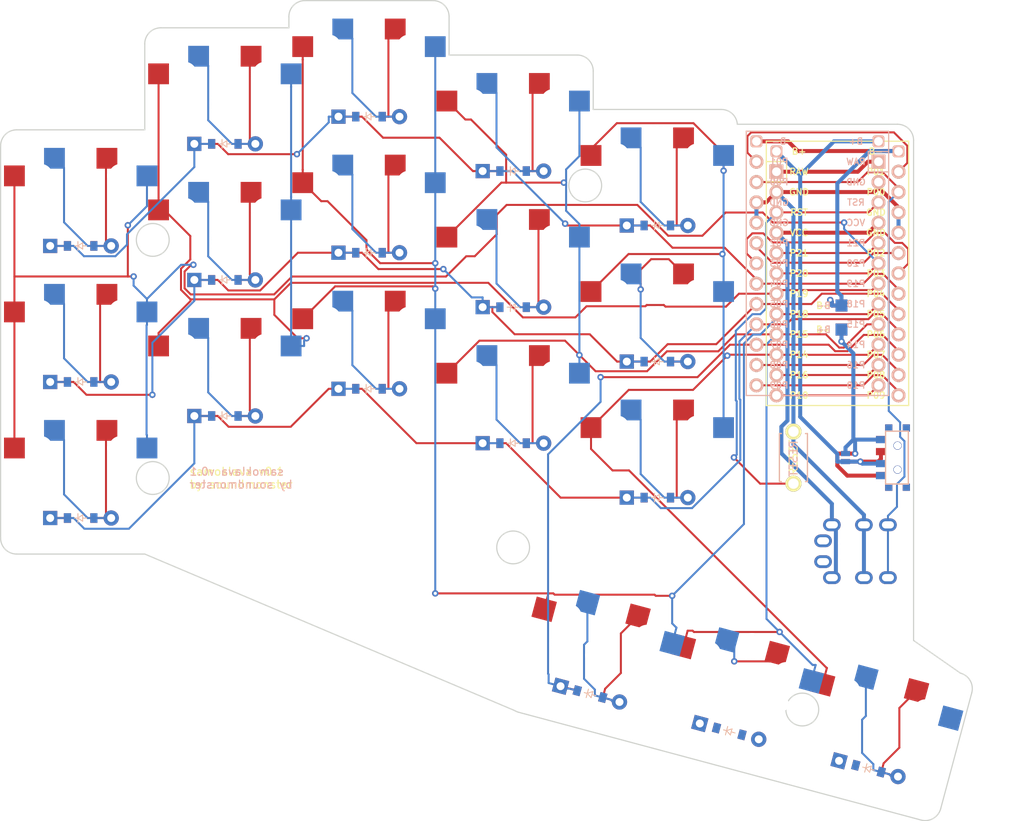
<source format=kicad_pcb>
(kicad_pcb (version 20211014) (generator pcbnew)
  (title_block (title "board") (rev "v1.0.0") (company "Unknown"))
  (layers (0 "F.Cu" signal) (31 "B.Cu" signal) (34 "B.Paste" user) (35 "F.Paste" user) (36 "B.SilkS" user "B.Silkscreen") (37 "F.SilkS" user "F.Silkscreen") (38 "B.Mask" user) (39 "F.Mask" user) (44 "Edge.Cuts" user))
  (net 0 "")
  (net 1 "pinky_bottom")
  (net 2 "P20")
  (net 3 "P6")
  (net 4 "pinky_home")
  (net 5 "P5")
  (net 6 "pinky_top")
  (net 7 "P4")
  (net 8 "ring_bottom")
  (net 9 "P19")
  (net 10 "ring_home")
  (net 11 "ring_top")
  (net 12 "middle_bottom")
  (net 13 "P18")
  (net 14 "middle_home")
  (net 15 "middle_top")
  (net 16 "index_bottom")
  (net 17 "P15")
  (net 18 "index_home")
  (net 19 "index_top")
  (net 20 "inner_bottom")
  (net 21 "P14")
  (net 22 "inner_home")
  (net 23 "inner_top")
  (net 24 "near_thumb")
  (net 25 "P7")
  (net 26 "home_thumb")
  (net 27 "far_thumb")
  (net 28 "RAW")
  (net 29 "GND")
  (net 30 "RST")
  (net 31 "VCC")
  (net 32 "P21")
  (net 33 "P16")
  (net 34 "P10")
  (net 35 "P1")
  (net 36 "P0")
  (net 37 "P2")
  (net 38 "P3")
  (net 39 "P8")
  (net 40 "P9")
  (net 41 "Bplus")
  (net 42 "Bminus")
  (net 43 "Braw")
  (footprint "E73:SPDT_C128955" (layer "F.Cu") (at 120 -2.55 -90)
    (fp_text reference "T1" hide)
    (fp_text value "" hide)
  )
  (footprint "kbd:ResetSW" (layer "F.Cu") (at 107 -2.55 -90)
    (fp_text reference "B1" hide)
    (fp_text value "")
  )
  (footprint "PG1350" (layer "F.Cu") (at 117.667 31.4865 -15)
    (fp_text reference "S18" hide)
    (fp_text value "" hide)
  )
  (footprint "PG1350" (layer "F.Cu") (at 18 -34)
    (fp_text reference "S3" hide)
    (fp_text value "" hide)
  )
  (footprint "TRRS-PJ-320A-dual" (layer "F.Cu") (at 122 10.45 -90)
    (fp_text reference "TRRS2")
    (fp_text value "TRRS-PJ-320A-dual")
  )
  (footprint "PG1350" (layer "F.Cu") (at 90 -36.55)
    (fp_text reference "S15" hide)
    (fp_text value "" hide)
  )
  (footprint "ComboDiode" (layer "F.Cu") (at 98.9859 31.6574 -15)
    (fp_text reference "D17" hide)
    (fp_text value "" hide)
  )
  (footprint "PG1350" (layer "F.Cu") (at 36 -46.75)
    (fp_text reference "S6" hide)
    (fp_text value "" hide)
  )
  (footprint "lib:Jumper" (layer "F.Cu") (at 113.5 -2.55 -90)
    (fp_text reference "J2" hide)
    (fp_text value "Jumper")
  )
  (footprint "TRRS-PJ-320A-dual" (layer "F.Cu") (at 122 12.45 -90)
    (fp_text reference "TRRS1")
    (fp_text value "TRRS-PJ-320A-dual")
  )
  (footprint "ProMicro" (layer "F.Cu") (at 112.5 -24.3 -90)
    (fp_text reference "MCU2" hide)
    (fp_text value "" hide)
  )
  (footprint "ComboDiode" (layer "F.Cu") (at 81.5992 26.9986 -15)
    (fp_text reference "D16" hide)
    (fp_text value "" hide)
  )
  (footprint "PG1350" (layer "F.Cu") (at 36 -12.75)
    (fp_text reference "S4" hide)
    (fp_text value "" hide)
  )
  (footprint "PG1350" (layer "F.Cu") (at 54 -16.15)
    (fp_text reference "S7" hide)
    (fp_text value "" hide)
  )
  (footprint "PG1350" (layer "F.Cu") (at 90 -2.55)
    (fp_text reference "S13" hide)
    (fp_text value "" hide)
  )
  (footprint "PG1350" (layer "F.Cu") (at 18 -17)
    (fp_text reference "S2" hide)
    (fp_text value "" hide)
  )
  (footprint "SMDPad" (layer "F.Cu") (at 113 -21.55)
    (fp_text reference "PAD2" hide)
    (fp_text value "" hide)
  )
  (footprint "PG1350" (layer "F.Cu") (at 36 -29.75)
    (fp_text reference "S5" hide)
    (fp_text value "" hide)
  )
  (footprint "PG1350" (layer "F.Cu") (at 100.28 26.8277 -15)
    (fp_text reference "S17" hide)
    (fp_text value "" hide)
  )
  (footprint "PG1350" (layer "F.Cu") (at 54 -50.15)
    (fp_text reference "S9" hide)
    (fp_text value "" hide)
  )
  (footprint "ComboDiode" (layer "F.Cu") (at 90 2.45)
    (fp_text reference "D13" hide)
    (fp_text value "" hide)
  )
  (footprint "SMDPad" (layer "F.Cu") (at 113 -18.55)
    (fp_text reference "PAD1" hide)
    (fp_text value "" hide)
  )
  (footprint "ProMicro" (layer "F.Cu") (at 110 -25.55 -90)
    (fp_text reference "MCU1" hide)
    (fp_text value "" hide)
  )
  (footprint "ComboDiode" (layer "F.Cu") (at 18 -29)
    (fp_text reference "D3" hide)
    (fp_text value "" hide)
  )
  (footprint "ComboDiode" (layer "F.Cu") (at 90 -14.55)
    (fp_text reference "D14" hide)
    (fp_text value "" hide)
  )
  (footprint "lib:Jumper" (layer "F.Cu") (at 113.5 -2.55 -90)
    (fp_text reference "J1" hide)
    (fp_text value "Jumper")
  )
  (footprint "ComboDiode" (layer "F.Cu") (at 72 -4.35)
    (fp_text reference "D10" hide)
    (fp_text value "" hide)
  )
  (footprint "ComboDiode" (layer "F.Cu") (at 54 -11.15)
    (fp_text reference "D7" hide)
    (fp_text value "" hide)
  )
  (footprint "PG1350" (layer "F.Cu") (at 90 -19.55)
    (fp_text reference "S14" hide)
    (fp_text value "" hide)
  )
  (footprint "ComboDiode" (layer "F.Cu") (at 72 -38.35)
    (fp_text reference "D12" hide)
    (fp_text value "" hide)
  )
  (footprint "ComboDiode" (layer "F.Cu") (at 72 -21.35)
    (fp_text reference "D11" hide)
    (fp_text value "" hide)
  )
  (footprint "E73:SPDT_C128955" (layer "F.Cu") (at 120 -2.55 -90)
    (fp_text reference "T2" hide)
    (fp_text value "" hide)
  )
  (footprint "ComboDiode" (layer "F.Cu") (at 36 -41.75)
    (fp_text reference "D6" hide)
    (fp_text value "" hide)
  )
  (footprint "ComboDiode" (layer "F.Cu") (at 90 -31.55)
    (fp_text reference "D15" hide)
    (fp_text value "" hide)
  )
  (footprint "ComboDiode" (layer "F.Cu") (at 18 5)
    (fp_text reference "D1" hide)
    (fp_text value "" hide)
  )
  (footprint "ComboDiode" (layer "F.Cu") (at 36 -7.75)
    (fp_text reference "D4" hide)
    (fp_text value "" hide)
  )
  (footprint "PG1350" (layer "F.Cu") (at 18 0)
    (fp_text reference "S1" hide)
    (fp_text value "" hide)
  )
  (footprint "ComboDiode" (layer "F.Cu") (at 54 -28.15)
    (fp_text reference "D8" hide)
    (fp_text value "" hide)
  )
  (footprint "PG1350" (layer "F.Cu") (at 72 -26.35)
    (fp_text reference "S11" hide)
    (fp_text value "" hide)
  )
  (footprint "PG1350" (layer "F.Cu") (at 72 -43.35)
    (fp_text reference "S12" hide)
    (fp_text value "" hide)
  )
  (footprint "PG1350" (layer "F.Cu") (at 72 -9.35)
    (fp_text reference "S10" hide)
    (fp_text value "" hide)
  )
  (footprint "ComboDiode" (layer "F.Cu") (at 116.373 36.3161 -15)
    (fp_text reference "D18" hide)
    (fp_text value "" hide)
  )
  (footprint "ComboDiode" (layer "F.Cu") (at 18 -12)
    (fp_text reference "D2" hide)
    (fp_text value "" hide)
  )
  (footprint "ComboDiode" (layer "F.Cu") (at 36 -24.75)
    (fp_text reference "D5" hide)
    (fp_text value "" hide)
  )
  (footprint "PG1350" (layer "F.Cu") (at 54 -33.15)
    (fp_text reference "S8" hide)
    (fp_text value "" hide)
  )
  (footprint "PG1350" (layer "F.Cu") (at 82.8933 22.169 -15)
    (fp_text reference "S16" hide)
    (fp_text value "" hide)
  )
  (footprint "ComboDiode" (layer "F.Cu") (at 54 -45.15)
    (fp_text reference "D9" hide)
    (fp_text value "" hide)
  )
  (gr_arc (start 62 -59.65) (mid 63.414214 -59.064214) (end 64 -57.65) (layer "Edge.Cuts") (width 0.15))
  (gr_circle (center 81 -36.55) (end 83.05 -36.55) (layer "Edge.Cuts") (width 0.15) (fill none))
  (gr_line (start 64 -52.85) (end 64 -57.65) (layer "Edge.Cuts") (width 0.15))
  (gr_line (start 122 20.297692) (end 122 -42.2) (layer "Edge.Cuts") (width 0.15))
  (gr_arc (start 125.384739 41.319122) (mid 124.452888 42.533534) (end 122.93525 42.733335) (layer "Edge.Cuts") (width 0.15))
  (gr_line (start 44 -57.65) (end 44 -56.25) (layer "Edge.Cuts") (width 0.15))
  (gr_line (start 98 -46.05) (end 82 -46.05) (layer "Edge.Cuts") (width 0.15))
  (gr_arc (start 72.707107 29.274745) (mid 72.444996 29.184629) (end 72.19786 29.059141) (layer "Edge.Cuts") (width 0.15))
  (gr_circle (center 72 8.67) (end 74.05 8.67) (layer "Edge.Cuts") (width 0.15) (fill none))
  (gr_line (start 26 -54.25) (end 26 -43.5) (layer "Edge.Cuts") (width 0.15))
  (gr_arc (start 127.852812 24.380745) (mid 129.067224 25.312596) (end 129.267025 26.830234) (layer "Edge.Cuts") (width 0.15))
  (gr_line (start 62 -59.65) (end 46 -59.65) (layer "Edge.Cuts") (width 0.15))
  (gr_arc (start 98 -46.05) (mid 99.360147 -45.516288) (end 99.994367 -44.2) (layer "Edge.Cuts") (width 0.15))
  (gr_line (start 8 7.5) (end 8 -41.5) (layer "Edge.Cuts") (width 0.15))
  (gr_line (start 10 9.5) (end 26 9.5) (layer "Edge.Cuts") (width 0.15))
  (gr_arc (start 26 -54.25) (mid 26.585786 -55.664214) (end 28 -56.25) (layer "Edge.Cuts") (width 0.15))
  (gr_arc (start 44 -57.65) (mid 44.585786 -59.064214) (end 46 -59.65) (layer "Edge.Cuts") (width 0.15))
  (gr_circle (center 108.103958 28.924179) (end 110.153958 28.924179) (layer "Edge.Cuts") (width 0.15) (fill none))
  (gr_arc (start 120 -44.2) (mid 121.414214 -43.614214) (end 122 -42.2) (layer "Edge.Cuts") (width 0.15))
  (gr_circle (center 27 -29.75) (end 29.05 -29.75) (layer "Edge.Cuts") (width 0.15) (fill none))
  (gr_line (start 72.19786 29.059141) (end 26 9.5) (layer "Edge.Cuts") (width 0.15))
  (gr_line (start 125.38474 41.319122) (end 129.267025 26.830234) (layer "Edge.Cuts") (width 0.15))
  (gr_line (start 122 20.297692) (end 127.852812 24.380745) (layer "Edge.Cuts") (width 0.15))
  (gr_line (start 44 -56.25) (end 28 -56.25) (layer "Edge.Cuts") (width 0.15))
  (gr_arc (start 8 -41.5) (mid 8.585786 -42.914214) (end 10 -43.5) (layer "Edge.Cuts") (width 0.15))
  (gr_line (start 26 -43.5) (end 10 -43.5) (layer "Edge.Cuts") (width 0.15))
  (gr_arc (start 80 -52.85) (mid 81.414214 -52.264214) (end 82 -50.85) (layer "Edge.Cuts") (width 0.15))
  (gr_circle (center 27 0) (end 29.05 0) (layer "Edge.Cuts") (width 0.15) (fill none))
  (gr_line (start 72.707107 29.274745) (end 122.93525 42.733335) (layer "Edge.Cuts") (width 0.15))
  (gr_arc (start 10 9.5) (mid 8.585786 8.914214) (end 8 7.5) (layer "Edge.Cuts") (width 0.15))
  (gr_line (start 120 -44.2) (end 99.994367 -44.2) (layer "Edge.Cuts") (width 0.15))
  (gr_line (start 82 -46.05) (end 82 -50.85) (layer "Edge.Cuts") (width 0.15))
  (gr_line (start 80 -52.85) (end 64 -52.85) (layer "Edge.Cuts") (width 0.15))
  (gr_text "samoklava v0.1\nby soundmonster" (at 31.5 0) (layer "B.SilkS") (effects (font (size 1 1)) (justify right mirror)))
  (gr_text "samoklava v0.1\nby soundmonster" (at 31.5 0) (layer "F.SilkS") (effects (font (size 1 1)) (justify left)))
  (segment (start 21.1593 5) (end 19.65 5) (width 0.25) (layer "F.Cu") (net 1))
  (segment (start 21.81 5) (end 21.1593 5) (width 0.25) (layer "F.Cu") (net 1))
  (segment (start 21.1593 -5.8343) (end 21.275 -5.95) (width 0.25) (layer "F.Cu") (net 1))
  (segment (start 21.1593 5) (end 21.1593 -5.8343) (width 0.25) (layer "F.Cu") (net 1))
  (segment (start 15.9217 -4.7533) (end 14.725 -5.95) (width 0.25) (layer "B.Cu") (net 1))
  (segment (start 19.65 5) (end 18.8747 5) (width 0.25) (layer "B.Cu") (net 1))
  (segment (start 18.8747 5) (end 15.9217 2.047) (width 0.25) (layer "B.Cu") (net 1))
  (segment (start 15.9217 2.047) (end 15.9217 -4.7533) (width 0.25) (layer "B.Cu") (net 1))
  (segment (start 21.81 5) (end 19.65 5) (width 0.25) (layer "B.Cu") (net 1))
  (segment (start 104.88 -25.57) (end 116.37 -25.57) (width 0.25) (layer "F.Cu") (net 2))
  (segment (start 9.725 -37.75) (end 9.725 -25.1805) (width 0.25) (layer "F.Cu") (net 2))
  (segment (start 71.1884 -34.1254) (end 87.5059 -34.1254) (width 0.25) (layer "F.Cu") (net 2))
  (segment (start 67.2047 -27.7088) (end 69.9562 -30.4603) (width 0.25) (layer "F.Cu") (net 2))
  (segment (start 116.37 -25.57) (end 117.62 -26.82) (width 0.25) (layer "F.Cu") (net 2))
  (segment (start 31.739 -22.9384) (end 42.1529 -22.9384) (width 0.25) (layer "F.Cu") (net 2))
  (segment (start 91.3592 -30.2721) (end 95.6295 -30.2721) (width 0.25) (layer "F.Cu") (net 2))
  (segment (start 30.9756 -23.7018) (end 31.739 -22.9384) (width 0.25) (layer "F.Cu") (net 2))
  (segment (start 63.6122 -25.1737) (end 66.1473 -27.7088) (width 0.25) (layer "F.Cu") (net 2))
  (segment (start 23.8869 -25.1805) (end 23.8869 -31.5798) (width 0.25) (layer "F.Cu") (net 2))
  (segment (start 44.3882 -25.1737) (end 63.6122 -25.1737) (width 0.25) (layer "F.Cu") (net 2))
  (segment (start 104.4191 -31.92) (end 113.3275 -31.92) (width 0.25) (layer "F.Cu") (net 2))
  (segment (start 31.8154 -26.6451) (end 30.9756 -25.8053) (width 0.25) (layer "F.Cu") (net 2))
  (segment (start 32.0713 -26.6451) (end 31.8154 -26.6451) (width 0.25) (layer "F.Cu") (net 2))
  (segment (start 87.5059 -34.1254) (end 91.3592 -30.2721) (width 0.25) (layer "F.Cu") (net 2))
  (segment (start 9.725 -25.1805) (end 23.8869 -25.1805) (width 0.25) (layer "F.Cu") (net 2))
  (segment (start 9.725 -20.75) (end 9.725 -3.75) (width 0.25) (layer "F.Cu") (net 2))
  (segment (start 98.5274 -33.17) (end 103.1691 -33.17) (width 0.25) (layer "F.Cu") (net 2))
  (segment (start 103.1691 -33.17) (end 104.4191 -31.92) (width 0.25) (layer "F.Cu") (net 2))
  (segment (start 66.1473 -27.7088) (end 67.2047 -27.7088) (width 0.25) (layer "F.Cu") (net 2))
  (segment (start 69.9562 -30.4603) (end 69.9562 -32.8932) (width 0.25) (layer "F.Cu") (net 2))
  (segment (start 69.9562 -32.8932) (end 71.1884 -34.1254) (width 0.25) (layer "F.Cu") (net 2))
  (segment (start 30.9756 -25.8053) (end 30.9756 -23.7018) (width 0.25) (layer "F.Cu") (net 2))
  (segment (start 23.8869 -25.1805) (end 24.6082 -25.1805) (width 0.25) (layer "F.Cu") (net 2))
  (segment (start 9.725 -25.1805) (end 9.725 -20.75) (width 0.25) (layer "F.Cu") (net 2))
  (segment (start 42.1529 -22.9384) (end 44.3882 -25.1737) (width 0.25) (layer "F.Cu") (net 2))
  (segment (start 95.6295 -30.2721) (end 98.5274 -33.17) (width 0.25) (layer "F.Cu") (net 2))
  (via (at 32.0713 -26.6451) (size 0.8) (drill 0.4) (layers "F.Cu" "B.Cu") (net 2))
  (via (at 24.6082 -25.1805) (size 0.8) (drill 0.4) (layers "F.Cu" "B.Cu") (net 2))
  (via (at 23.8869 -31.5798) (size 0.8) (drill 0.4) (layers "F.Cu" "B.Cu") (net 2))
  (via (at 113.3275 -31.92) (size 0.8) (drill 0.4) (layers "F.Cu" "B.Cu") (net 2))
  (segment (start 113.3275 -31.1125) (end 113.3275 -31.92) (width 0.25) (layer "B.Cu") (net 2))
  (segment (start 26.275 -20.75) (end 26.275 -19.1247) (width 0.25) (layer "B.Cu") (net 2))
  (segment (start 26.275 -33.9679) (end 26.275 -37.75) (width 0.25) (layer "B.Cu") (net 2))
  (segment (start 26.275 -21.256) (end 26.275 -22.3753) (width 0.25) (layer "B.Cu") (net 2))
  (segment (start 24.6082 -24.0421) (end 24.6082 -25.1805) (width 0.25) (layer "B.Cu") (net 2))
  (segment (start 32.0713 -26.6451) (end 30.5448 -26.6451) (width 0.25) (layer "B.Cu") (net 2))
  (segment (start 26.275 -21.256) (end 26.275 -20.75) (width 0.25) (layer "B.Cu") (net 2))
  (segment (start 26.226 -5.4243) (end 26.275 -5.3753) (width 0.25) (layer "B.Cu") (net 2))
  (segment (start 26.275 -22.3753) (end 24.6082 -24.0421) (width 0.25) (layer "B.Cu") (net 2))
  (segment (start 30.5448 -26.6451) (end 26.275 -22.3753) (width 0.25) (layer "B.Cu") (net 2))
  (segment (start 117.62 -26.82) (end 113.3275 -31.1125) (width 0.25) (layer "B.Cu") (net 2))
  (segment (start 26.275 -3.75) (end 26.275 -5.3753) (width 0.25) (layer "B.Cu") (net 2))
  (segment (start 23.8869 -31.5798) (end 26.275 -33.9679) (width 0.25) (layer "B.Cu") (net 2))
  (segment (start 26.226 -19.0757) (end 26.226 -5.4243) (width 0.25) (layer "B.Cu") (net 2))
  (segment (start 26.275 -19.1247) (end 26.226 -19.0757) (width 0.25) (layer "B.Cu") (net 2))
  (segment (start 44.2299 -6.4042) (end 36.4711 -6.4042) (width 0.25) (layer "F.Cu") (net 3))
  (segment (start 14.19 5) (end 16.35 5) (width 0.25) (layer "F.Cu") (net 3))
  (segment (start 32.19 -7.75) (end 34.35 -7.75) (width 0.25) (layer "F.Cu") (net 3))
  (segment (start 102.38 -19.2) (end 106.13 -19.2) (width 0.25) (layer "F.Cu") (net 3))
  (segment (start 52.35 -11.15) (end 53.1253 -11.15) (width 0.25) (layer "F.Cu") (net 3))
  (segment (start 86.19 2.45) (end 77.9253 2.45) (width 0.25) (layer "F.Cu") (net 3))
  (segment (start 68.19 -4.35) (end 59.9253 -4.35) (width 0.25) (layer "F.Cu") (net 3))
  (segment (start 77.9253 2.45) (end 71.1253 -4.35) (width 0.25) (layer "F.Cu") (net 3))
  (segment (start 48.9757 -11.15) (end 44.2299 -6.4042) (width 0.25) (layer "F.Cu") (net 3))
  (segment (start 34.35 -7.75) (end 35.1253 -7.75) (width 0.25) (layer "F.Cu") (net 3))
  (segment (start 70.35 -4.35) (end 71.1253 -4.35) (width 0.25) (layer "F.Cu") (net 3))
  (segment (start 50.19 -11.15) (end 48.9757 -11.15) (width 0.25) (layer "F.Cu") (net 3))
  (segment (start 70.35 -4.35) (end 68.19 -4.35) (width 0.25) (layer "F.Cu") (net 3))
  (segment (start 116.9869 -20.47) (end 118.081 -20.47) (width 0.25) (layer "F.Cu") (net 3))
  (segment (start 36.4711 -6.4042) (end 35.1253 -7.75) (width 0.25) (layer "F.Cu") (net 3))
  (segment (start 116.3689 -19.852) (end 116.9869 -20.47) (width 0.25) (layer "F.Cu") (net 3))
  (segment (start 106.13 -19.2) (end 106.782 -19.852) (width 0.25) (layer "F.Cu") (net 3))
  (segment (start 106.782 -19.852) (end 116.3689 -19.852) (width 0.25) (layer "F.Cu") (net 3))
  (segment (start 88.35 2.45) (end 86.19 2.45) (width 0.25) (layer "F.Cu") (net 3))
  (segment (start 120.12 -18.431) (end 120.12 -17.95) (width 0.25) (layer "F.Cu") (net 3))
  (segment (start 118.081 -20.47) (end 120.12 -18.431) (width 0.25) (layer "F.Cu") (net 3))
  (segment (start 59.9253 -4.35) (end 53.1253 -11.15) (width 0.25) (layer "F.Cu") (net 3))
  (segment (start 52.35 -11.15) (end 50.19 -11.15) (width 0.25) (layer "F.Cu") (net 3))
  (segment (start 16.35 5) (end 17.1253 5) (width 0.25) (layer "B.Cu") (net 3))
  (segment (start 52.35 -11.15) (end 50.19 -11.15) (width 0.25) (layer "B.Cu") (net 3))
  (segment (start 32.19 -7.75) (end 32.19 -1.8304) (width 0.25) (layer "B.Cu") (net 3))
  (segment (start 94.3394 3.7626) (end 90.4379 3.7626) (width 0.25) (layer "B.Cu") (net 3))
  (segment (start 88.35 2.45) (end 86.19 2.45) (width 0.25) (layer "B.Cu") (net 3))
  (segment (start 32.19 -1.8304) (end 24.0223 6.3373) (width 0.25) (layer "B.Cu") (net 3))
  (segment (start 100.3662 -9.7799) (end 100.3662 -2.2642) (width 0.25) (layer "B.Cu") (net 3))
  (segment (start 70.35 -4.35) (end 68.19 -4.35) (width 0.25) (layer "B.Cu") (net 3))
  (segment (start 18.4626 6.3373) (end 17.1253 5) (width 0.25) (layer "B.Cu") (net 3))
  (segment (start 102.38 -19.2) (end 100.2536 -17.0736) (width 0.25) (layer "B.Cu") (net 3))
  (segment (start 16.35 5) (end 14.19 5) (width 0.25) (layer "B.Cu") (net 3))
  (segment (start 100.2536 -9.8925) (end 100.3662 -9.7799) (width 0.25) (layer "B.Cu") (net 3))
  (segment (start 100.3662 -2.2642) (end 94.3394 3.7626) (width 0.25) (layer "B.Cu") (net 3))
  (segment (start 34.35 -7.75) (end 32.19 -7.75) (width 0.25) (layer "B.Cu") (net 3))
  (segment (start 88.35 2.45) (end 89.1253 2.45) (width 0.25) (layer "B.Cu") (net 3))
  (segment (start 100.2536 -17.0736) (end 100.2536 -9.8925) (width 0.25) (layer "B.Cu") (net 3))
  (segment (start 90.4379 3.7626) (end 89.1253 2.45) (width 0.25) (layer "B.Cu") (net 3))
  (segment (start 24.0223 6.3373) (end 18.4626 6.3373) (width 0.25) (layer "B.Cu") (net 3))
  (segment (start 21.81 -12) (end 20.4253 -12) (width 0.25) (layer "F.Cu") (net 4))
  (segment (start 21.275 -22.95) (end 20.4253 -22.1003) (width 0.25) (layer "F.Cu") (net 4))
  (segment (start 19.65 -12) (end 20.4253 -12) (width 0.25) (layer "F.Cu") (net 4))
  (segment (start 20.4253 -22.1003) (end 20.4253 -12) (width 0.25) (layer "F.Cu") (net 4))
  (segment (start 18.8747 -12) (end 15.9217 -14.953) (width 0.25) (layer "B.Cu") (net 4))
  (segment (start 15.9217 -21.7533) (end 14.725 -22.95) (width 0.25) (layer "B.Cu") (net 4))
  (segment (start 21.81 -12) (end 19.65 -12) (width 0.25) (layer "B.Cu") (net 4))
  (segment (start 15.9217 -14.953) (end 15.9217 -21.7533) (width 0.25) (layer "B.Cu") (net 4))
  (segment (start 19.65 -12) (end 18.8747 -12) (width 0.25) (layer "B.Cu") (net 4))
  (segment (start 118.061 -23.03) (end 120.12 -20.971) (width 0.25) (layer "F.Cu") (net 5))
  (segment (start 84.9757 -14.55) (end 81.5654 -17.9603) (width 0.25) (layer "F.Cu") (net 5))
  (segment (start 69.4043 -20.7429) (end 69.4043 -21.35) (width 0.25) (layer "F.Cu") (net 5))
  (segment (start 72.1869 -17.9603) (end 69.4043 -20.7429) (width 0.25) (layer "F.Cu") (net 5))
  (segment (start 14.19 -12) (end 16.35 -12) (width 0.25) (layer "F.Cu") (net 5))
  (segment (start 91.2981 -16.7229) (end 91.2981 -16.7228) (width 0.25) (layer "F.Cu") (net 5))
  (segment (start 18.7261 -10.3992) (end 17.1253 -12) (width 0.25) (layer "F.Cu") (net 5))
  (segment (start 53.1253 -28.15) (end 55.1697 -26.1056) (width 0.25) (layer "F.Cu") (net 5))
  (segment (start 110.5406 -23.03) (end 118.061 -23.03) (width 0.25) (layer "F.Cu") (net 5))
  (segment (start 81.5654 -17.9603) (end 72.1869 -17.9603) (width 0.25) (layer "F.Cu") (net 5))
  (segment (start 109.2506 -21.74) (end 110.5406 -23.03) (width 0.25) (layer "F.Cu") (net 5))
  (segment (start 45.1225 -28.15) (end 40.4089 -23.4364) (width 0.25) (layer "F.Cu") (net 5))
  (segment (start 68.19 -21.35) (end 69.4043 -21.35) (width 0.25) (layer "F.Cu") (net 5))
  (segment (start 52.35 -28.15) (end 50.19 -28.15) (width 0.25) (layer "F.Cu") (net 5))
  (segment (start 70.35 -21.35) (end 69.4043 -21.35) (width 0.25) (layer "F.Cu") (net 5))
  (segment (start 34.35 -24.75) (end 35.1253 -24.75) (width 0.25) (layer "F.Cu") (net 5))
  (segment (start 88.35 -14.55) (end 89.1253 -14.55) (width 0.25) (layer "F.Cu") (net 5))
  (segment (start 52.35 -28.15) (end 53.1253 -28.15) (width 0.25) (layer "F.Cu") (net 5))
  (segment (start 86.19 -14.55) (end 84.9757 -14.55) (width 0.25) (layer "F.Cu") (net 5))
  (segment (start 32.19 -24.75) (end 34.35 -24.75) (width 0.25) (layer "F.Cu") (net 5))
  (segment (start 102.38 -21.74) (end 97.3629 -16.7229) (width 0.25) (layer "F.Cu") (net 5))
  (segment (start 26.9513 -10.3992) (end 18.7261 -10.3992) (width 0.25) (layer "F.Cu") (net 5))
  (segment (start 50.19 -28.15) (end 45.1225 -28.15) (width 0.25) (layer "F.Cu") (net 5))
  (segment (start 102.38 -21.74) (end 109.2506 -21.74) (width 0.25) (layer "F.Cu") (net 5))
  (segment (start 86.19 -14.55) (end 88.35 -14.55) (width 0.25) (layer "F.Cu") (net 5))
  (segment (start 16.35 -12) (end 17.1253 -12) (width 0.25) (layer "F.Cu") (net 5))
  (segment (start 97.3629 -16.7229) (end 91.2981 -16.7229) (width 0.25) (layer "F.Cu") (net 5))
  (segment (start 55.1697 -26.1056) (end 63.2864 -26.1056) (width 0.25) (layer "F.Cu") (net 5))
  (segment (start 40.4089 -23.4364) (end 36.4389 -23.4364) (width 0.25) (layer "F.Cu") (net 5))
  (segment (start 91.2981 -16.7228) (end 89.1253 -14.55) (width 0.25) (layer "F.Cu") (net 5))
  (segment (start 36.4389 -23.4364) (end 35.1253 -24.75) (width 0.25) (layer "F.Cu") (net 5))
  (segment (start 120.12 -20.971) (end 120.12 -20.49) (width 0.25) (layer "F.Cu") (net 5))
  (via (at 63.2864 -26.1056) (size 0.8) (drill 0.4) (layers "F.Cu" "B.Cu") (net 5))
  (via (at 26.9513 -10.3992) (size 0.8) (drill 0.4) (layers "F.Cu" "B.Cu") (net 5))
  (segment (start 66.8277 -22.5643) (end 63.2864 -26.1056) (width 0.25) (layer "B.Cu") (net 5))
  (segment (start 16.35 -12) (end 14.19 -12) (width 0.25) (layer "B.Cu") (net 5))
  (segment (start 68.19 -21.35) (end 68.19 -22.5643) (width 0.25) (layer "B.Cu") (net 5))
  (segment (start 50.19 -28.15) (end 52.35 -28.15) (width 0.25) (layer "B.Cu") (net 5))
  (segment (start 68.19 -22.5643) (end 66.8277 -22.5643) (width 0.25) (layer "B.Cu") (net 5))
  (segment (start 26.9513 -16.9013) (end 26.9513 -10.3992) (width 0.25) (layer "B.Cu") (net 5))
  (segment (start 32.19 -24.75) (end 32.19 -22.14) (width 0.25) (layer "B.Cu") (net 5))
  (segment (start 34.35 -24.75) (end 32.19 -24.75) (width 0.25) (layer "B.Cu") (net 5))
  (segment (start 88.35 -14.55) (end 86.19 -14.55) (width 0.25) (layer "B.Cu") (net 5))
  (segment (start 70.35 -21.35) (end 68.19 -21.35) (width 0.25) (layer "B.Cu") (net 5))
  (segment (start 32.19 -22.14) (end 26.9513 -16.9013) (width 0.25) (layer "B.Cu") (net 5))
  (segment (start 21.1593 -29) (end 19.65 -29) (width 0.25) (layer "F.Cu") (net 6))
  (segment (start 21.81 -29) (end 21.1593 -29) (width 0.25) (layer "F.Cu") (net 6))
  (segment (start 21.1593 -29) (end 21.1593 -39.8343) (width 0.25) (layer "F.Cu") (net 6))
  (segment (start 21.1593 -39.8343) (end 21.275 -39.95) (width 0.25) (layer "F.Cu") (net 6))
  (segment (start 18.8747 -29) (end 15.9217 -31.953) (width 0.25) (layer "B.Cu") (net 6))
  (segment (start 15.9217 -31.953) (end 15.9217 -38.7533) (width 0.25) (layer "B.Cu") (net 6))
  (segment (start 19.65 -29) (end 18.8747 -29) (width 0.25) (layer "B.Cu") (net 6))
  (segment (start 15.9217 -38.7533) (end 14.725 -39.95) (width 0.25) (layer "B.Cu") (net 6))
  (segment (start 21.81 -29) (end 19.65 -29) (width 0.25) (layer "B.Cu") (net 6))
  (segment (start 118.1646 -25.5137) (end 120.12 -23.5583) (width 0.25) (layer "F.Cu") (net 7))
  (segment (start 115.7169 -24.28) (end 116.9506 -25.5137) (width 0.25) (layer "F.Cu") (net 7))
  (segment (start 52.35 -45.15) (end 50.19 -45.15) (width 0.25) (layer "F.Cu") (net 7))
  (segment (start 102.38 -24.8119) (end 98.4188 -28.7731) (width 0.25) (layer "F.Cu") (net 7))
  (segment (start 102.38 -24.28) (end 102.38 -24.8119) (width 0.25) (layer "F.Cu") (net 7))
  (segment (start 32.19 -41.75) (end 34.35 -41.75) (width 0.25) (layer "F.Cu") (net 7))
  (segment (start 98.4188 -28.7731) (end 91.9022 -28.7731) (width 0.25) (layer "F.Cu") (net 7))
  (segment (start 102.38 -24.28) (end 115.7169 -24.28) (width 0.25) (layer "F.Cu") (net 7))
  (segment (start 34.35 -41.75) (end 35.1253 -41.75) (width 0.25) (layer "F.Cu") (net 7))
  (segment (start 86.19 -31.55) (end 78.7237 -31.55) (width 0.25) (layer "F.Cu") (net 7))
  (segment (start 36.4137 -40.4616) (end 45 -40.4616) (width 0.25) (layer "F.Cu") (net 7))
  (segment (start 120.12 -23.5583) (end 120.12 -23.03) (width 0.25) (layer "F.Cu") (net 7))
  (segment (start 55.755 -42.5203) (end 53.1253 -45.15) (width 0.25) (layer "F.Cu") (net 7))
  (segment (start 35.1253 -41.75) (end 36.4137 -40.4616) (width 0.25) (layer "F.Cu") (net 7))
  (segment (start 62.8054 -42.5203) (end 55.755 -42.5203) (width 0.25) (layer "F.Cu") (net 7))
  (segment (start 78.7237 -31.55) (end 78.4916 -31.7821) (width 0.25) (layer "F.Cu") (net 7))
  (segment (start 91.9022 -28.7731) (end 89.1253 -31.55) (width 0.25) (layer "F.Cu") (net 7))
  (segment (start 52.35 -45.15) (end 53.1253 -45.15) (width 0.25) (layer "F.Cu") (net 7))
  (segment (start 70.35 -38.35) (end 68.19 -38.35) (width 0.25) (layer "F.Cu") (net 7))
  (segment (start 14.19 -29) (end 16.35 -29) (width 0.25) (layer "F.Cu") (net 7))
  (segment (start 66.9757 -38.35) (end 62.8054 -42.5203) (width 0.25) (layer "F.Cu") (net 7))
  (segment (start 116.9506 -25.5137) (end 118.1646 -25.5137) (width 0.25) (layer "F.Cu") (net 7))
  (segment (start 88.35 -31.55) (end 89.1253 -31.55) (width 0.25) (layer "F.Cu") (net 7))
  (segment (start 88.35 -31.55) (end 86.19 -31.55) (width 0.25) (layer "F.Cu") (net 7))
  (segment (start 68.19 -38.35) (end 66.9757 -38.35) (width 0.25) (layer "F.Cu") (net 7))
  (via (at 45 -40.4616) (size 0.8) (drill 0.4) (layers "F.Cu" "B.Cu") (net 7))
  (via (at 78.4916 -31.7821) (size 0.8) (drill 0.4) (layers "F.Cu" "B.Cu") (net 7))
  (segment (start 32.19 -41.75) (end 34.35 -41.75) (width 0.25) (layer "B.Cu") (net 7))
  (segment (start 23.7822 -29.1533) (end 23.7822 -30.4493) (width 0.25) (layer "B.Cu") (net 7))
  (segment (start 23.7822 -30.4493) (end 32.19 -38.8571) (width 0.25) (layer "B.Cu") (net 7))
  (segment (start 52.35 -45.15) (end 50.19 -45.15) (width 0.25) (layer "B.Cu") (net 7))
  (segment (start 71.1253 -38.35) (end 71.9237 -38.35) (width 0.25) (layer "B.Cu") (net 7))
  (segment (start 88.35 -31.55) (end 86.19 -31.55) (width 0.25) (layer "B.Cu") (net 7))
  (segment (start 18.4137 -27.7116) (end 22.3405 -27.7116) (width 0.25) (layer "B.Cu") (net 7))
  (segment (start 70.35 -38.35) (end 71.1253 -38.35) (width 0.25) (layer "B.Cu") (net 7))
  (segment (start 70.35 -38.35) (end 68.19 -38.35) (width 0.25) (layer "B.Cu") (net 7))
  (segment (start 22.3405 -27.7116) (end 23.7822 -29.1533) (width 0.25) (layer "B.Cu") (net 7))
  (segment (start 16.35 -29) (end 17.1253 -29) (width 0.25) (layer "B.Cu") (net 7))
  (segment (start 48.9757 -45.15) (end 48.9757 -44.4373) (width 0.25) (layer "B.Cu") (net 7))
  (segment (start 50.19 -45.15) (end 48.9757 -45.15) (width 0.25) (layer "B.Cu") (net 7))
  (segment (start 48.9757 -44.4373) (end 45 -40.4616) (width 0.25) (layer "B.Cu") (net 7))
  (segment (start 16.35 -29) (end 14.19 -29) (width 0.25) (layer "B.Cu") (net 7))
  (segment (start 71.9237 -38.35) (end 78.4916 -31.7821) (width 0.25) (layer "B.Cu") (net 7))
  (segment (start 32.19 -38.8571) (end 32.19 -41.75) (width 0.25) (layer "B.Cu") (net 7))
  (segment (start 17.1253 -29) (end 18.4137 -27.7116) (width 0.25) (layer "B.Cu") (net 7))
  (segment (start 39.1211 -18.5461) (end 39.1211 -8.4389) (width 0.25) (layer "F.Cu") (net 8))
  (segment (start 39.1211 -8.4389) (end 39.81 -7.75) (width 0.25) (layer "F.Cu") (net 8))
  (segment (start 39.81 -7.75) (end 37.65 -7.75) (width 0.25) (layer "F.Cu") (net 8))
  (segment (start 39.275 -18.7) (end 39.1211 -18.5461) (width 0.25) (layer "F.Cu") (net 8))
  (segment (start 33.9217 -17.5033) (end 32.725 -18.7) (width 0.25) (layer "B.Cu") (net 8))
  (segment (start 36.8747 -7.75) (end 33.9217 -10.703) (width 0.25) (layer "B.Cu") (net 8))
  (segment (start 33.9217 -10.703) (end 33.9217 -17.5033) (width 0.25) (layer "B.Cu") (net 8))
  (segment (start 37.65 -7.75) (end 36.8747 -7.75) (width 0.25) (layer "B.Cu") (net 8))
  (segment (start 39.81 -7.75) (end 37.65 -7.75) (width 0.25) (layer "B.Cu") (net 8))
  (segment (start 27.725 -18.1253) (end 31.7211 -22.1214) (width 0.25) (layer "F.Cu") (net 9))
  (segment (start 45.1041 -17.4608) (end 46.202 -17.4608) (width 0.25) (layer "F.Cu") (net 9))
  (segment (start 68.8936 -24.3926) (end 73.2205 -20.0657) (width 0.25) (layer "F.Cu") (net 9))
  (segment (start 100.197 -23.03) (end 104.88 -23.03) (width 0.25) (layer "F.Cu") (net 9))
  (segment (start 88.5149 -21.4577) (end 88.6732 -21.616) (width 0.25) (layer "F.Cu") (net 9))
  (segment (start 42.1792 -22.3194) (end 42.1792 -20.3857) (width 0.25) (layer "F.Cu") (net 9))
  (segment (start 88.6732 -21.616) (end 90.8189 -21.616) (width 0.25) (layer "F.Cu") (net 9))
  (segment (start 91.0189 -21.416) (end 98.583 -21.416) (width 0.25) (layer "F.Cu") (net 9))
  (segment (start 105.3303 -23.4803) (end 104.88 -23.03) (width 0.25) (layer "F.Cu") (net 9))
  (segment (start 31.7211 -22.3194) (end 42.1792 -22.3194) (width 0.25) (layer "F.Cu") (net 9))
  (segment (start 44.2524 -24.3926) (end 68.8936 -24.3926) (width 0.25) (layer "F.Cu") (net 9))
  (segment (start 79.7721 -20.0657) (end 81.1641 -21.4577) (width 0.25) (layer "F.Cu") (net 9))
  (segment (start 81.1641 -21.4577) (end 88.5149 -21.4577) (width 0.25) (layer "F.Cu") (net 9))
  (segment (start 90.8189 -21.616) (end 91.0189 -21.416) (width 0.25) (layer "F.Cu") (net 9))
  (segment (start 27.725 -50.5) (end 27.725 -33.5) (width 0.25) (layer "F.Cu") (net 9))
  (segment (start 73.2205 -20.0657) (end 79.7721 -20.0657) (width 0.25) (layer "F.Cu") (net 9))
  (segment (start 27.725 -16.5) (end 27.725 -18.1253) (width 0.25) (layer "F.Cu") (net 9))
  (segment (start 31.7211 -22.1214) (end 31.7211 -22.3194) (width 0.25) (layer "F.Cu") (net 9))
  (segment (start 116.8203 -23.4803) (end 105.3303 -23.4803) (width 0.25) (layer "F.Cu") (net 9))
  (segment (start 31.687 -30.2315) (end 31.687 -27.3127) (width 0.25) (layer "F.Cu") (net 9))
  (segment (start 30.5253 -26.151) (end 30.5253 -23.5152) (width 0.25) (layer "F.Cu") (net 9))
  (segment (start 27.725 -33.5) (end 28.4185 -33.5) (width 0.25) (layer "F.Cu") (net 9))
  (segment (start 117.62 -24.28) (end 116.8203 -23.4803) (width 0.25) (layer "F.Cu") (net 9))
  (segment (start 42.1792 -22.3194) (end 44.2524 -24.3926) (width 0.25) (layer "F.Cu") (net 9))
  (segment (start 42.1792 -20.3857) (end 45.1041 -17.4608) (width 0.25) (layer "F.Cu") (net 9))
  (segment (start 98.583 -21.416) (end 100.197 -23.03) (width 0.25) (layer "F.Cu") (net 9))
  (segment (start 28.4185 -33.5) (end 31.687 -30.2315) (width 0.25) (layer "F.Cu") (net 9))
  (segment (start 30.5253 -23.5152) (end 31.7211 -22.3194) (width 0.25) (layer "F.Cu") (net 9))
  (segment (start 31.687 -27.3127) (end 30.5253 -26.151) (width 0.25) (layer "F.Cu") (net 9))
  (via (at 46.202 -17.4608) (size 0.8) (drill 0.4) (layers "F.Cu" "B.Cu") (net 9))
  (segment (start 46.202 -17.4608) (end 45.9003 -17.1591) (width 0.25) (layer "B.Cu") (net 9))
  (segment (start 44.275 -33.5) (end 44.275 -35.1253) (width 0.25) (layer "B.Cu") (net 9))
  (segment (start 44.2747 -48.8744) (end 44.2747 -35.1256) (width 0.25) (layer "B.Cu") (net 9))
  (segment (start 44.275 -33.5) (end 44.275 -16.5) (width 0.25) (layer "B.Cu") (net 9))
  (segment (start 44.2747 -35.1256) (end 44.275 -35.1253) (width 0.25) (layer "B.Cu") (net 9))
  (segment (start 45.9003 -17.1591) (end 45.9003 -16.5) (width 0.25) (layer "B.Cu") (net 9))
  (segment (start 44.275 -48.8747) (end 44.2747 -48.8744) (width 0.25) (layer "B.Cu") (net 9))
  (segment (start 44.275 -50.5) (end 44.275 -48.8747) (width 0.25) (layer "B.Cu") (net 9))
  (segment (start 44.275 -16.5) (end 45.9003 -16.5) (width 0.25) (layer "B.Cu") (net 9))
  (segment (start 39.1211 -25.4389) (end 39.81 -24.75) (width 0.25) (layer "F.Cu") (net 10))
  (segment (start 39.81 -24.75) (end 37.65 -24.75) (width 0.25) (layer "F.Cu") (net 10))
  (segment (start 39.1211 -35.5461) (end 39.1211 -25.4389) (width 0.25) (layer "F.Cu") (net 10))
  (segment (start 39.275 -35.7) (end 39.1211 -35.5461) (width 0.25) (layer "F.Cu") (net 10))
  (segment (start 36.8747 -24.75) (end 33.9217 -27.703) (width 0.25) (layer "B.Cu") (net 10))
  (segment (start 33.9217 -27.703) (end 33.9217 -34.5033) (width 0.25) (layer "B.Cu") (net 10))
  (segment (start 39.81 -24.75) (end 37.65 -24.75) (width 0.25) (layer "B.Cu") (net 10))
  (segment (start 37.65 -24.75) (end 36.8747 -24.75) (width 0.25) (layer "B.Cu") (net 10))
  (segment (start 33.9217 -34.5033) (end 32.725 -35.7) (width 0.25) (layer "B.Cu") (net 10))
  (segment (start 39.1211 -41.75) (end 37.65 -41.75) (width 0.25) (layer "F.Cu") (net 11))
  (segment (start 39.81 -41.75) (end 39.1211 -41.75) (width 0.25) (layer "F.Cu") (net 11))
  (segment (start 39.1211 -52.5461) (end 39.1211 -41.75) (width 0.25) (layer "F.Cu") (net 11))
  (segment (start 39.275 -52.7) (end 39.1211 -52.5461) (width 0.25) (layer "F.Cu") (net 11))
  (segment (start 37.65 -41.75) (end 36.8747 -41.75) (width 0.25) (layer "B.Cu") (net 11))
  (segment (start 33.9217 -51.5033) (end 32.725 -52.7) (width 0.25) (layer "B.Cu") (net 11))
  (segment (start 33.9217 -44.703) (end 33.9217 -51.5033) (width 0.25) (layer "B.Cu") (net 11))
  (segment (start 39.81 -41.75) (end 37.65 -41.75) (width 0.25) (layer "B.Cu") (net 11))
  (segment (start 36.8747 -41.75) (end 33.9217 -44.703) (width 0.25) (layer "B.Cu") (net 11))
  (segment (start 57.275 -22.1) (end 56.4253 -21.2503) (width 0.25) (layer "F.Cu") (net 12))
  (segment (start 56.4253 -21.2503) (end 56.4253 -11.15) (width 0.25) (layer "F.Cu") (net 12))
  (segment (start 55.65 -11.15) (end 56.4253 -11.15) (width 0.25) (layer "F.Cu") (net 12))
  (segment (start 57.81 -11.15) (end 56.4253 -11.15) (width 0.25) (layer "F.Cu") (net 12))
  (segment (start 55.65 -11.15) (end 54.8747 -11.15) (width 0.25) (layer "B.Cu") (net 12))
  (segment (start 54.8747 -11.15) (end 51.9217 -14.103) (width 0.25) (layer "B.Cu") (net 12))
  (segment (start 51.9217 -20.9033) (end 50.725 -22.1) (width 0.25) (layer "B.Cu") (net 12))
  (segment (start 51.9217 -14.103) (end 51.9217 -20.9033) (width 0.25) (layer "B.Cu") (net 12))
  (segment (start 57.81 -11.15) (end 55.65 -11.15) (width 0.25) (layer "B.Cu") (net 12))
  (segment (start 45.7253 -52.2744) (end 45.725 -52.2747) (width 0.25) (layer "F.Cu") (net 13))
  (segment (start 45.725 -19.9) (end 49.7673 -23.9423) (width 0.25) (layer "F.Cu") (net 13))
  (segment (start 45.725 -38.5253) (end 45.7253 -38.5256) (width 0.25) (layer "F.Cu") (net 13))
  (segment (start 53.6849 -28.5523) (end 55.3947 -26.8425) (width 0.25) (layer "F.Cu") (net 13))
  (segment (start 55.3947 -26.8425) (end 62.275 -26.8425) (width 0.25) (layer "F.Cu") (net 13))
  (segment (start 77.1806 14.5749) (end 77.0201 14.4144) (width 0.25) (layer "F.Cu") (net 13))
  (segment (start 61.9976 -23.9423) (end 62.275 -23.6649) (width 0.25) (layer "F.Cu") (net 13))
  (segment (start 45.7253 -38.5256) (end 45.7253 -52.2744) (width 0.25) (layer "F.Cu") (net 13))
  (segment (start 45.725 -53.9) (end 45.725 -52.2747) (width 0.25) (layer "F.Cu") (net 13))
  (segment (start 75.8708 16.4051) (end 76.4042 14.4144) (width 0.25) (layer "F.Cu") (net 13))
  (segment (start 53.6849 -29.7223) (end 53.6849 -28.5523) (width 0.25) (layer "F.Cu") (net 13))
  (segment (start 49.7673 -23.9423) (end 61.9976 -23.9423) (width 0.25) (layer "F.Cu") (net 13))
  (segment (start 104.88 -20.49) (end 104.8954 -20.4746) (width 0.25) (layer "F.Cu") (net 13))
  (segment (start 48.0361 -34.5889) (end 48.8183 -34.5889) (width 0.25) (layer "F.Cu") (net 13))
  (segment (start 77.0201 14.4144) (end 76.4042 14.4144) (width 0.25) (layer "F.Cu") (net 13))
  (segment (start 91.8569 14.7152) (end 89.7999 14.7152) (width 0.25) (layer "F.Cu") (net 13))
  (segment (start 48.8183 -34.5889) (end 53.6849 -29.7223) (width 0.25) (layer "F.Cu") (net 13))
  (segment (start 116.3546 -20.4746) (end 117.62 -21.74) (width 0.25) (layer "F.Cu") (net 13))
  (segment (start 45.725 -36.9) (end 48.0361 -34.5889) (width 0.25) (layer "F.Cu") (net 13))
  (segment (start 104.8954 -20.4746) (end 116.3546 -20.4746) (width 0.25) (layer "F.Cu") (net 13))
  (segment (start 76.4042 14.4144) (end 62.275 14.4144) (width 0.25) (layer "F.Cu") (net 13))
  (segment (start 89.6596 14.5749) (end 77.1806 14.5749) (width 0.25) (layer "F.Cu") (net 13))
  (segment (start 89.7999 14.7152) (end 89.6596 14.5749) (width 0.25) (layer "F.Cu") (net 13))
  (segment (start 45.725 -36.9) (end 45.725 -38.5253) (width 0.25) (layer "F.Cu") (net 13))
  (via (at 62.275 14.4144) (size 0.8) (drill 0.4) (layers "F.Cu" "B.Cu") (net 13))
  (via (at 62.275 -26.8425) (size 0.8) (drill 0.4) (layers "F.Cu" "B.Cu") (net 13))
  (via (at 91.8569 14.7152) (size 0.8) (drill 0.4) (layers "F.Cu" "B.Cu") (net 13))
  (via (at 62.275 -23.6649) (size 0.8) (drill 0.4) (layers "F.Cu" "B.Cu") (net 13))
  (segment (start 91.8569 20.6885) (end 92.3903 18.6978) (width 0.25) (layer "B.Cu") (net 13))
  (segment (start 91.8569 18.1645) (end 91.8569 14.7152) (width 0.25) (layer "B.Cu") (net 13))
  (segment (start 101.9482 -17.93) (end 100.8165 -16.7983) (width 0.25) (layer "B.Cu") (net 13))
  (segment (start 62.275 -26.8425) (end 62.275 -23.6649) (width 0.25) (layer "B.Cu") (net 13))
  (segment (start 62.275 -36.9) (end 62.275 -26.8425) (width 0.25) (layer "B.Cu") (net 13))
  (segment (start 100.8165 5.7556) (end 91.8569 14.7152) (width 0.25) (layer "B.Cu") (net 13))
  (segment (start 104.88 -20.49) (end 104.88 -19.9371) (width 0.25) (layer "B.Cu") (net 13))
  (segment (start 62.275 -19.9) (end 62.275 -23.6649) (width 0.25) (layer "B.Cu") (net 13))
  (segment (start 62.275 -19.9) (end 62.275 14.4144) (width 0.25) (layer "B.Cu") (net 13))
  (segment (start 104.88 -19.9371) (end 102.8729 -17.93) (width 0.25) (layer "B.Cu") (net 13))
  (segment (start 100.8165 -16.7983) (end 100.8165 5.7556) (width 0.25) (layer "B.Cu") (net 13))
  (segment (start 92.3903 18.6978) (end 92.3902 18.6978) (width 0.25) (layer "B.Cu") (net 13))
  (segment (start 62.275 -53.9) (end 62.275 -36.9) (width 0.25) (layer "B.Cu") (net 13))
  (segment (start 102.8729 -17.93) (end 101.9482 -17.93) (width 0.25) (layer "B.Cu") (net 13))
  (segment (start 92.3902 18.6978) (end 91.8569 18.1645) (width 0.25) (layer "B.Cu") (net 13))
  (segment (start 55.65 -28.15) (end 56.4253 -28.15) (width 0.25) (layer "F.Cu") (net 14))
  (segment (start 57.81 -28.15) (end 56.4253 -28.15) (width 0.25) (layer "F.Cu") (net 14))
  (segment (start 57.275 -39.1) (end 56.4253 -38.2503) (width 0.25) (layer "F.Cu") (net 14))
  (segment (start 56.4253 -38.2503) (end 56.4253 -28.15) (width 0.25) (layer "F.Cu") (net 14))
  (segment (start 57.81 -28.15) (end 55.65 -28.15) (width 0.25) (layer "B.Cu") (net 14))
  (segment (start 55.65 -28.15) (end 54.8747 -28.15) (width 0.25) (layer "B.Cu") (net 14))
  (segment (start 51.9217 -37.9033) (end 50.725 -39.1) (width 0.25) (layer "B.Cu") (net 14))
  (segment (start 51.9217 -31.103) (end 51.9217 -37.9033) (width 0.25) (layer "B.Cu") (net 14))
  (segment (start 54.8747 -28.15) (end 51.9217 -31.103) (width 0.25) (layer "B.Cu") (net 14))
  (segment (start 57.275 -56.1) (end 56.4253 -55.2503) (width 0.25) (layer "F.Cu") (net 15))
  (segment (start 55.65 -45.15) (end 56.4253 -45.15) (width 0.25) (layer "F.Cu") (net 15))
  (segment (start 57.81 -45.15) (end 56.4253 -45.15) (width 0.25) (layer "F.Cu") (net 15))
  (segment (start 56.4253 -55.2503) (end 56.4253 -45.15) (width 0.25) (layer "F.Cu") (net 15))
  (segment (start 54.8747 -45.15) (end 51.9217 -48.103) (width 0.25) (layer "B.Cu") (net 15))
  (segment (start 51.9217 -54.9033) (end 50.725 -56.1) (width 0.25) (layer "B.Cu") (net 15))
  (segment (start 55.65 -45.15) (end 54.8747 -45.15) (width 0.25) (layer "B.Cu") (net 15))
  (segment (start 57.81 -45.15) (end 55.65 -45.15) (width 0.25) (layer "B.Cu") (net 15))
  (segment (start 51.9217 -48.103) (end 51.9217 -54.9033) (width 0.25) (layer "B.Cu") (net 15))
  (segment (start 75.81 -4.35) (end 74.4253 -4.35) (width 0.25) (layer "F.Cu") (net 16))
  (segment (start 75.275 -15.3) (end 74.4253 -14.4503) (width 0.25) (layer "F.Cu") (net 16))
  (segment (start 73.65 -4.35) (end 74.4253 -4.35) (width 0.25) (layer "F.Cu") (net 16))
  (segment (start 74.4253 -14.4503) (end 74.4253 -4.35) (width 0.25) (layer "F.Cu") (net 16))
  (segment (start 69.9217 -7.303) (end 69.9217 -14.1033) (width 0.25) (layer "B.Cu") (net 16))
  (segment (start 69.9217 -14.1033) (end 68.725 -15.3) (width 0.25) (layer "B.Cu") (net 16))
  (segment (start 72.8747 -4.35) (end 69.9217 -7.303) (width 0.25) (layer "B.Cu") (net 16))
  (segment (start 75.81 -4.35) (end 73.65 -4.35) (width 0.25) (layer "B.Cu") (net 16))
  (segment (start 73.65 -4.35) (end 72.8747 -4.35) (width 0.25) (layer "B.Cu") (net 16))
  (segment (start 63.725 -47.1) (end 66.0361 -44.7889) (width 0.25) (layer "F.Cu") (net 17))
  (segment (start 112.713 -16.296) (end 111.059 -17.95) (width 0.25) (layer "F.Cu") (net 17))
  (segment (start 99.7366 -17.95) (end 97.6145 -15.8279) (width 0.25) (layer "F.Cu") (net 17))
  (segment (start 67.7866 -17.1616) (end 63.725 -13.1) (width 0.25) (layer "F.Cu") (net 17))
  (segment (start 97.6145 -15.8279) (end 91.1995 -15.8279) (width 0.25) (layer "F.Cu") (net 17))
  (segment (start 93.7909 19.0731) (end 94.4068 19.0731) (width 0.25) (layer "F.Cu") (net 17))
  (segment (start 94.4068 19.0731) (end 94.5693 19.2356) (width 0.25) (layer "F.Cu") (net 17))
  (segment (start 93.2575 21.0638) (end 93.7909 19.0731) (width 0.25) (layer "F.Cu") (net 17))
  (segment (start 70.5336 -36.9086) (end 71.1254 -36.9086) (width 0.25) (layer "F.Cu") (net 17))
  (segment (start 91.1995 -15.8279) (end 88.7072 -13.3356) (width 0.25) (layer "F.Cu") (net 17))
  (segment (start 94.5693 19.2356) (end 105.2731 19.2356) (width 0.25) (layer "F.Cu") (net 17))
  (segment (start 66.7407 -44.7889) (end 71.1254 -40.4042) (width 0.25) (layer "F.Cu") (net 17))
  (segment (start 80.275 -15.3608) (end 78.4742 -17.1616) (width 0.25) (layer "F.Cu") (net 17))
  (segment (start 71.1254 -36.9086) (end 78.3298 -36.9086) (width 0.25) (layer "F.Cu") (net 17))
  (segment (start 88.7072 -13.3356) (end 82.3002 -13.3356) (width 0.25) (layer "F.Cu") (net 17))
  (segment (start 63.725 -30.1) (end 70.5336 -36.9086) (width 0.25) (layer "F.Cu") (net 17))
  (segment (start 116.1967 -19.2) (end 113.2927 -16.296) (width 0.25) (layer "F.Cu") (net 17))
  (segment (start 82.3002 -13.3356) (end 80.275 -15.3608) (width 0.25) (layer "F.Cu") (net 17))
  (segment (start 104.88 -17.95) (end 99.7366 -17.95) (width 0.25) (layer "F.Cu") (net 17))
  (segment (start 117.62 -19.2) (end 116.1967 -19.2) (width 0.25) (layer "F.Cu") (net 17))
  (segment (start 78.4742 -17.1616) (end 67.7866 -17.1616) (width 0.25) (layer "F.Cu") (net 17))
  (segment (start 113.2927 -16.296) (end 112.713 -16.296) (width 0.25) (layer "F.Cu") (net 17))
  (segment (start 111.059 -17.95) (end 104.88 -17.95) (width 0.25) (layer "F.Cu") (net 17))
  (segment (start 66.0361 -44.7889) (end 66.7407 -44.7889) (width 0.25) (layer "F.Cu") (net 17))
  (segment (start 71.1254 -40.4042) (end 71.1254 -36.9086) (width 0.25) (layer "F.Cu") (net 17))
  (via (at 80.275 -15.3608) (size 0.8) (drill 0.4) (layers "F.Cu" "B.Cu") (net 17))
  (via (at 78.3298 -36.9086) (size 0.8) (drill 0.4) (layers "F.Cu" "B.Cu") (net 17))
  (via (at 105.2731 19.2356) (size 0.8) (drill 0.4) (layers "F.Cu" "B.Cu") (net 17))
  (segment (start 80.275 -15.3608) (end 80.275 -13.1) (width 0.25) (layer "B.Cu") (net 17))
  (segment (start 78.613 -36.9086) (end 78.3298 -36.9086) (width 0.25) (layer "B.Cu") (net 17))
  (segment (start 78.613 -36.9086) (end 78.613 -33.3873) (width 0.25) (layer "B.Cu") (net 17))
  (segment (start 103.6348 17.5973) (end 103.6348 -16.7048) (width 0.25) (layer "B.Cu") (net 17))
  (segment (start 103.6348 -16.7048) (end 104.88 -17.95) (width 0.25) (layer "B.Cu") (net 17))
  (segment (start 78.613 -33.3873) (end 80.275 -31.7253) (width 0.25) (layer "B.Cu") (net 17))
  (segment (start 109.394 23.3565) (end 105.2731 19.2356) (width 0.25) (layer "B.Cu") (net 17))
  (segment (start 80.275 -47.1) (end 80.275 -40.2212) (width 0.25) (layer "B.Cu") (net 17))
  (segment (start 109.2436 25.3472) (end 109.777 23.3565) (width 0.25) (layer "B.Cu") (net 17))
  (segment (start 80.275 -30.606) (end 80.275 -30.1) (width 0.25) (layer "B.Cu") (net 17))
  (segment (start 105.2731 19.2356) (end 103.6348 17.5973) (width 0.25) (layer "B.Cu") (net 17))
  (segment (start 78.613 -38.5592) (end 78.613 -36.9086) (width 0.25) (layer "B.Cu") (net 17))
  (segment (start 80.275 -40.2212) (end 78.613 -38.5592) (width 0.25) (layer "B.Cu") (net 17))
  (segment (start 109.777 23.3565) (end 109.394 23.3565) (width 0.25) (layer "B.Cu") (net 17))
  (segment (start 80.275 -30.1) (end 80.275 -15.3608) (width 0.25) (layer "B.Cu") (net 17))
  (segment (start 80.275 -30.606) (end 80.275 -31.7253) (width 0.25) (layer "B.Cu") (net 17))
  (segment (start 75.275 -32.3) (end 75.1616 -32.1866) (width 0.25) (layer "F.Cu") (net 18))
  (segment (start 75.1616 -32.1866) (end 75.1616 -21.9984) (width 0.25) (layer "F.Cu") (net 18))
  (segment (start 75.1616 -21.9984) (end 75.81 -21.35) (width 0.25) (layer "F.Cu") (net 18))
  (segment (start 75.81 -21.35) (end 73.65 -21.35) (width 0.25) (layer "F.Cu") (net 18))
  (segment (start 75.81 -21.35) (end 73.65 -21.35) (width 0.25) (layer "B.Cu") (net 18))
  (segment (start 69.9217 -24.303) (end 69.9217 -31.1033) (width 0.25) (layer "B.Cu") (net 18))
  (segment (start 72.8747 -21.35) (end 69.9217 -24.303) (width 0.25) (layer "B.Cu") (net 18))
  (segment (start 73.65 -21.35) (end 72.8747 -21.35) (width 0.25) (layer "B.Cu") (net 18))
  (segment (start 69.9217 -31.1033) (end 68.725 -32.3) (width 0.25) (layer "B.Cu") (net 18))
  (segment (start 73.65 -38.35) (end 74.4253 -38.35) (width 0.25) (layer "F.Cu") (net 19))
  (segment (start 75.275 -49.3) (end 74.4253 -48.4503) (width 0.25) (layer "F.Cu") (net 19))
  (segment (start 74.4253 -48.4503) (end 74.4253 -38.35) (width 0.25) (layer "F.Cu") (net 19))
  (segment (start 75.81 -38.35) (end 74.4253 -38.35) (width 0.25) (layer "F.Cu") (net 19))
  (segment (start 72.8747 -38.35) (end 69.9217 -41.303) (width 0.25) (layer "B.Cu") (net 19))
  (segment (start 73.65 -38.35) (end 72.8747 -38.35) (width 0.25) (layer "B.Cu") (net 19))
  (segment (start 75.81 -38.35) (end 73.65 -38.35) (width 0.25) (layer "B.Cu") (net 19))
  (segment (start 69.9217 -41.303) (end 69.9217 -48.1033) (width 0.25) (layer "B.Cu") (net 19))
  (segment (start 69.9217 -48.1033) (end 68.725 -49.3) (width 0.25) (layer "B.Cu") (net 19))
  (segment (start 93.275 -8.5) (end 92.4253 -7.6503) (width 0.25) (layer "F.Cu") (net 20))
  (segment (start 92.4253 -7.6503) (end 92.4253 2.45) (width 0.25) (layer "F.Cu") (net 20))
  (segment (start 91.65 2.45) (end 92.4253 2.45) (width 0.25) (layer "F.Cu") (net 20))
  (segment (start 93.81 2.45) (end 92.4253 2.45) (width 0.25) (layer "F.Cu") (net 20))
  (segment (start 91.65 2.45) (end 90.8747 2.45) (width 0.25) (layer "B.Cu") (net 20))
  (segment (start 90.8747 2.45) (end 87.9217 -0.503) (width 0.25) (layer "B.Cu") (net 20))
  (segment (start 93.81 2.45) (end 91.65 2.45) (width 0.25) (layer "B.Cu") (net 20))
  (segment (start 87.9217 -7.3033) (end 86.725 -8.5) (width 0.25) (layer "B.Cu") (net 20))
  (segment (start 87.9217 -0.503) (end 87.9217 -7.3033) (width 0.25) (layer "B.Cu") (net 20))
  (segment (start 81.725 -6.3) (end 86.4352 -11.0102) (width 0.25) (layer "F.Cu") (net 21))
  (segment (start 110.6445 25.7226) (end 111.1779 23.7319) (width 0.25) (layer "F.Cu") (net 21))
  (segment (start 94.5131 -44.3329) (end 98.275 -40.571) (width 0.25) (layer "F.Cu") (net 21))
  (segment (start 111.1536 23.7319) (end 86.4735 -0.9482) (width 0.25) (layer "F.Cu") (net 21))
  (segment (start 94.4604 -11.0102) (end 98.7402 -15.29) (width 0.25) (layer "F.Cu") (net 21))
  (segment (start 111.1779 23.7319) (end 111.1536 23.7319) (width 0.25) (layer "F.Cu") (net 21))
  (segment (start 81.725 -3.6322) (end 81.725 -6.3) (width 0.25) (layer "F.Cu") (net 21))
  (segment (start 104.8946 -15.3954) (end 116.3554 -15.3954) (width 0.25) (layer "F.Cu") (net 21))
  (segment (start 98.275 -40.571) (end 98.275 -38.3954) (width 0.25) (layer "F.Cu") (net 21))
  (segment (start 104.88 -15.41) (end 104.8946 -15.3954) (width 0.25) (layer "F.Cu") (net 21))
  (segment (start 116.3554 -15.3954) (end 117.62 -16.66) (width 0.25) (layer "F.Cu") (net 21))
  (segment (start 84.9453 -44.3329) (end 94.5131 -44.3329) (width 0.25) (layer "F.Cu") (net 21))
  (segment (start 84.409 -0.9482) (end 81.725 -3.6322) (width 0.25) (layer "F.Cu") (net 21))
  (segment (start 98.1309 -27.9844) (end 86.4094 -27.9844) (width 0.25) (layer "F.Cu") (net 21))
  (segment (start 81.725 -40.3) (end 80.9124 -40.3) (width 0.25) (layer "F.Cu") (net 21))
  (segment (start 98.8602 -15.41) (end 98.7402 -15.29) (width 0.25) (layer "F.Cu") (net 21))
  (segment (start 86.4094 -27.9844) (end 81.725 -23.3) (width 0.25) (layer "F.Cu") (net 21))
  (segment (start 86.4735 -0.9482) (end 84.409 -0.9482) (width 0.25) (layer "F.Cu") (net 21))
  (segment (start 104.88 -15.41) (end 98.8602 -15.41) (width 0.25) (layer "F.Cu") (net 21))
  (segment (start 86.4352 -11.0102) (end 94.4604 -11.0102) (width 0.25) (layer "F.Cu") (net 21))
  (segment (start 80.9124 -40.3) (end 84.9453 -44.3329) (width 0.25) (layer "F.Cu") (net 21))
  (via (at 98.7402 -15.29) (size 0.8) (drill 0.4) (layers "F.Cu" "B.Cu") (net 21))
  (via (at 98.1309 -27.9844) (size 0.8) (drill 0.4) (layers "F.Cu" "B.Cu") (net 21))
  (via (at 98.275 -38.3954) (size 0.8) (drill 0.4) (layers "F.Cu" "B.Cu") (net 21))
  (segment (start 98.275 -27.9844) (end 98.1309 -27.9844) (width 0.25) (layer "B.Cu") (net 21))
  (segment (start 98.275 -15.29) (end 98.275 -6.3) (width 0.25) (layer "B.Cu") (net 21))
  (segment (start 98.275 -15.29) (end 98.7402 -15.29) (width 0.25) (layer "B.Cu") (net 21))
  (segment (start 98.275 -40.3) (end 98.275 -38.3954) (width 0.25) (layer "B.Cu") (net 21))
  (segment (start 98.275 -38.3954) (end 98.275 -27.9844) (width 0.25) (layer "B.Cu") (net 21))
  (segment (start 98.275 -23.3) (end 98.275 -15.29) (width 0.25) (layer "B.Cu") (net 21))
  (segment (start 98.275 -27.9844) (end 98.275 -23.3) (width 0.25) (layer "B.Cu") (net 21))
  (segment (start 89.2361 -27.3432) (end 87.9217 -26.0288) (width 0.25) (layer "F.Cu") (net 22))
  (segment (start 93.275 -25.5) (end 91.4318 -27.3432) (width 0.25) (layer "F.Cu") (net 22))
  (segment (start 87.9217 -26.0288) (end 87.9217 -23.5674) (width 0.25) (layer "F.Cu") (net 22))
  (segment (start 93.81 -14.55) (end 91.65 -14.55) (width 0.25) (layer "F.Cu") (net 22))
  (segment (start 91.4318 -27.3432) (end 89.2361 -27.3432) (width 0.25) (layer "F.Cu") (net 22))
  (via (at 87.9217 -23.5674) (size 0.8) (drill 0.4) (layers "F.Cu" "B.Cu") (net 22))
  (segment (start 91.65 -14.55) (end 90.8747 -14.55) (width 0.25) (layer "B.Cu") (net 22))
  (segment (start 87.9217 -17.503) (end 87.9217 -23.5674) (width 0.25) (layer "B.Cu") (net 22))
  (segment (start 90.8747 -14.55) (end 87.9217 -17.503) (width 0.25) (layer "B.Cu") (net 22))
  (segment (start 87.9217 -24.3033) (end 86.725 -25.5) (width 0.25) (layer "B.Cu") (net 22))
  (segment (start 93.81 -14.55) (end 91.65 -14.55) (width 0.25) (layer "B.Cu") (net 22))
  (segment (start 87.9217 -23.5674) (end 87.9217 -24.3033) (width 0.25) (layer "B.Cu") (net 22))
  (segment (start 93.81 -31.55) (end 92.4253 -31.55) (width 0.25) (layer "F.Cu") (net 23))
  (segment (start 92.4253 -41.6503) (end 92.4253 -31.55) (width 0.25) (layer "F.Cu") (net 23))
  (segment (start 91.65 -31.55) (end 92.4253 -31.55) (width 0.25) (layer "F.Cu") (net 23))
  (segment (start 93.275 -42.5) (end 92.4253 -41.6503) (width 0.25) (layer "F.Cu") (net 23))
  (segment (start 93.81 -31.55) (end 91.65 -31.55) (width 0.25) (layer "B.Cu") (net 23))
  (segment (start 87.9217 -41.3033) (end 86.725 -42.5) (width 0.25) (layer "B.Cu") (net 23))
  (segment (start 90.8747 -31.55) (end 87.9217 -34.503) (width 0.25) (layer "B.Cu") (net 23))
  (segment (start 91.65 -31.55) (end 90.8747 -31.55) (width 0.25) (layer "B.Cu") (net 23))
  (segment (start 87.9217 -34.503) (end 87.9217 -41.3033) (width 0.25) (layer "B.Cu") (net 23))
  (segment (start 84.1814 27.6906) (end 84.1814 27.6905) (width 0.25) (layer "F.Cu") (net 24))
  (segment (start 83.193 27.4257) (end 83.4863 26.3311) (width 0.25) (layer "F.Cu") (net 24))
  (segment (start 85.2794 27.9847) (end 84.4755 27.9847) (width 0.25) (layer "F.Cu") (net 24))
  (segment (start 87.5967 17.2694) (end 85.45 19.4161) (width 0.25) (layer "F.Cu") (net 24))
  (segment (start 85.45 19.4161) (end 85.45 24.3674) (width 0.25) (layer "F.Cu") (net 24))
  (segment (start 83.193 27.4257) (end 84.1814 27.6905) (width 0.25) (layer "F.Cu") (net 24))
  (segment (start 84.4755 27.9847) (end 84.1814 27.6906) (width 0.25) (layer "F.Cu") (net 24))
  (segment (start 85.45 24.3674) (end 83.4863 26.3311) (width 0.25) (layer "F.Cu") (net 24))
  (segment (start 83.193 27.4257) (end 84.1814 27.6905) (width 0.25) (layer "B.Cu") (net 24))
  (segment (start 80.8508 25.0835) (end 82.2045 26.4372) (width 0.25) (layer "B.Cu") (net 24))
  (segment (start 83.193 27.4257) (end 82.2045 27.1608) (width 0.25) (layer "B.Cu") (net 24))
  (segment (start 81.2699 20.4132) (end 80.8508 20.8323) (width 0.25) (layer "B.Cu") (net 24))
  (segment (start 84.1814 27.6906) (end 84.1814 27.6905) (width 0.25) (layer "B.Cu") (net 24))
  (segment (start 85.2794 27.9847) (end 84.4755 27.9847) (width 0.25) (layer "B.Cu") (net 24))
  (segment (start 80.8508 20.8323) (end 80.8508 25.0835) (width 0.25) (layer "B.Cu") (net 24))
  (segment (start 82.2045 26.4372) (end 82.2045 27.1608) (width 0.25) (layer "B.Cu") (net 24))
  (segment (start 84.4755 27.9847) (end 84.1814 27.6906) (width 0.25) (layer "B.Cu") (net 24))
  (segment (start 81.2699 15.5741) (end 81.2699 20.4132) (width 0.25) (layer "B.Cu") (net 24))
  (segment (start 79.4063 26.411) (end 79.8449 26.411) (width 0.25) (layer "F.Cu") (net 25))
  (segment (start 99.0835 -16.66) (end 102.38 -16.66) (width 0.25) (layer "F.Cu") (net 25))
  (segment (start 95.0255 -12.602) (end 99.0835 -16.66) (width 0.25) (layer "F.Cu") (net 25))
  (segment (start 102.38 -16.66) (end 111.3938 -16.66) (width 0.25) (layer "F.Cu") (net 25))
  (segment (start 77.919 26.0125) (end 79.4063 26.411) (width 0.25) (layer "F.Cu") (net 25))
  (segment (start 118.1321 -17.8788) (end 120.12 -15.8909) (width 0.25) (layer "F.Cu") (net 25))
  (segment (start 115.7769 -17.8788) (end 118.1321 -17.8788) (width 0.25) (layer "F.Cu") (net 25))
  (segment (start 112.2081 -15.8457) (end 113.7438 -15.8457) (width 0.25) (layer "F.Cu") (net 25))
  (segment (start 79.8449 26.411) (end 80.0054 26.5715) (width 0.25) (layer "F.Cu") (net 25))
  (segment (start 82.9187 -12.602) (end 95.0255 -12.602) (width 0.25) (layer "F.Cu") (net 25))
  (segment (start 111.3938 -16.66) (end 112.2081 -15.8457) (width 0.25) (layer "F.Cu") (net 25))
  (segment (start 120.12 -15.8909) (end 120.12 -15.41) (width 0.25) (layer "F.Cu") (net 25))
  (segment (start 113.7438 -15.8457) (end 115.7769 -17.8788) (width 0.25) (layer "F.Cu") (net 25))
  (via (at 82.9187 -12.602) (size 0.8) (drill 0.4) (layers "F.Cu" "B.Cu") (net 25))
  (segment (start 78.2132 26.3067) (end 77.919 26.0125) (width 0.25) (layer "B.Cu") (net 25))
  (segment (start 76.3612 24.4547) (end 76.3612 -2.962) (width 0.25) (layer "B.Cu") (net 25))
  (segment (start 80.0054 26.5715) (end 79.017 26.3067) (width 0.25) (layer "B.Cu") (net 25))
  (segment (start 82.9187 -9.5195) (end 82.9187 -12.602) (width 0.25) (layer "B.Cu") (net 25))
  (segment (start 76.3612 -2.962) (end 82.9187 -9.5195) (width 0.25) (layer "B.Cu") (net 25))
  (segment (start 77.919 26.0125) (end 76.4317 25.614) (width 0.25) (layer "B.Cu") (net 25))
  (segment (start 76.4317 24.5252) (end 76.3612 24.4547) (width 0.25) (layer "B.Cu") (net 25))
  (segment (start 79.017 26.3067) (end 78.2132 26.3067) (width 0.25) (layer "B.Cu") (net 25))
  (segment (start 76.4317 25.614) (end 76.4317 24.5252) (width 0.25) (layer "B.Cu") (net 25))
  (segment (start 104.0057 22.9058) (end 99.6089 22.9058) (width 0.25) (layer "F.Cu") (net 26))
  (segment (start 104.9834 21.9281) (end 104.0057 22.9058) (width 0.25) (layer "F.Cu") (net 26))
  (via (at 99.6089 22.9058) (size 0.8) (drill 0.4) (layers "F.Cu" "B.Cu") (net 26))
  (segment (start 99.6089 21.1851) (end 99.6089 22.9058) (width 0.25) (layer "B.Cu") (net 26))
  (segment (start 98.6566 20.2328) (end 99.6089 21.1851) (width 0.25) (layer "B.Cu") (net 26))
  (segment (start 117.9668 36.7432) (end 118.2601 35.6486) (width 0.25) (layer "F.Cu") (net 27))
  (segment (start 120.2237 28.7336) (end 120.2237 33.685) (width 0.25) (layer "F.Cu") (net 27))
  (segment (start 117.9668 36.7432) (end 118.9552 37.008) (width 0.25) (layer "F.Cu") (net 27))
  (segment (start 122.3704 26.5869) (end 120.2237 28.7336) (width 0.25) (layer "F.Cu") (net 27))
  (segment (start 120.0532 37.3022) (end 119.2493 37.3022) (width 0.25) (layer "F.Cu") (net 27))
  (segment (start 119.2493 37.3022) (end 118.9552 37.0081) (width 0.25) (layer "F.Cu") (net 27))
  (segment (start 118.9552 37.0081) (end 118.9552 37.008) (width 0.25) (layer "F.Cu") (net 27))
  (segment (start 120.2237 33.685) (end 118.2601 35.6486) (width 0.25) (layer "F.Cu") (net 27))
  (segment (start 116.9783 35.7547) (end 116.9783 36.4783) (width 0.25) (layer "B.Cu") (net 27))
  (segment (start 117.9668 36.7432) (end 116.9783 36.4783) (width 0.25) (layer "B.Cu") (net 27))
  (segment (start 117.9668 36.7432) (end 118.9552 37.008) (width 0.25) (layer "B.Cu") (net 27))
  (segment (start 115.5707 34.3471) (end 116.9783 35.7547) (width 0.25) (layer "B.Cu") (net 27))
  (segment (start 118.9552 37.0081) (end 118.9552 37.008) (width 0.25) (layer "B.Cu") (net 27))
  (segment (start 116.0436 29.7307) (end 115.5707 30.2036) (width 0.25) (layer "B.Cu") (net 27))
  (segment (start 116.0436 24.8916) (end 116.0436 29.7307) (width 0.25) (layer "B.Cu") (net 27))
  (segment (start 120.0532 37.3022) (end 119.2493 37.3022) (width 0.25) (layer "B.Cu") (net 27))
  (segment (start 119.2493 37.3022) (end 118.9552 37.0081) (width 0.25) (layer "B.Cu") (net 27))
  (segment (start 115.5707 30.2036) (end 115.5707 34.3471) (width 0.25) (layer "B.Cu") (net 27))
  (segment (start 115.0434 -38.27) (end 116.2934 -39.52) (width 0.5) (layer "F.Cu") (net 28))
  (segment (start 104.88 -38.27) (end 115.0434 -38.27) (width 0.5) (layer "F.Cu") (net 28))
  (segment (start 117.62 -39.52) (end 116.2934 -39.52) (width 0.5) (layer "F.Cu") (net 28))
  (segment (start 103.59 -34.44) (end 104.88 -35.73) (width 0.5) (layer "F.Cu") (net 29))
  (segment (start 117.0338 -35.73) (end 117.62 -36.3162) (width 0.5) (layer "F.Cu") (net 29))
  (segment (start 117.62 -36.3162) (end 117.62 -36.98) (width 0.5) (layer "F.Cu") (net 29))
  (segment (start 102.38 -34.44) (end 103.59 -34.44) (width 0.5) (layer "F.Cu") (net 29))
  (segment (start 120.12 -33.8162) (end 117.62 -36.3162) (width 0.5) (layer "F.Cu") (net 29))
  (segment (start 120.12 -33.19) (end 120.12 -33.8162) (width 0.5) (layer "F.Cu") (net 29))
  (segment (start 104.88 -35.73) (end 117.0338 -35.73) (width 0.5) (layer "F.Cu") (net 29))
  (segment (start 115.8 5.85) (end 115.8 12.45) (width 0.5) (layer "B.Cu") (net 29))
  (segment (start 115.8 4.5997) (end 107 -4.2003) (width 0.5) (layer "B.Cu") (net 29))
  (segment (start 104.88 -35.73) (end 107 -33.61) (width 0.5) (layer "B.Cu") (net 29))
  (segment (start 102.38 -31.9) (end 102.38 -34.44) (width 0.5) (layer "B.Cu") (net 29))
  (segment (start 107 -4.2003) (end 107 -5.8) (width 0.5) (layer "B.Cu") (net 29))
  (segment (start 115.8 5.85) (end 115.8 4.5997) (width 0.5) (layer "B.Cu") (net 29))
  (segment (start 120.12 -30.65) (end 120.12 -33.19) (width 0.5) (layer "B.Cu") (net 29))
  (segment (start 107 -33.61) (end 107 -5.8) (width 0.5) (layer "B.Cu") (net 29))
  (segment (start 116.37 -33.19) (end 117.62 -34.44) (width 0.25) (layer "F.Cu") (net 30))
  (segment (start 107 0.7) (end 102.8391 0.7) (width 0.25) (layer "F.Cu") (net 30))
  (segment (start 102.8391 0.7) (end 99.571 -2.5681) (width 0.25) (layer "F.Cu") (net 30))
  (segment (start 104.88 -33.19) (end 116.37 -33.19) (width 0.25) (layer "F.Cu") (net 30))
  (via (at 99.571 -2.5681) (size 0.8) (drill 0.4) (layers "F.Cu" "B.Cu") (net 30))
  (segment (start 99.9159 -2.913) (end 99.571 -2.5681) (width 0.25) (layer "B.Cu") (net 30))
  (segment (start 103.5817 -21.1795) (end 102.8722 -20.47) (width 0.25) (layer "B.Cu") (net 30))
  (segment (start 102.8722 -20.47) (end 101.8844 -20.47) (width 0.25) (layer "B.Cu") (net 30))
  (segment (start 99.9159 -9.5933) (end 99.9159 -2.913) (width 0.25) (layer "B.Cu") (net 30))
  (segment (start 101.8844 -20.47) (end 99.8033 -18.3889) (width 0.25) (layer "B.Cu") (net 30))
  (segment (start 104.88 -33.19) (end 103.5817 -31.8917) (width 0.25) (layer "B.Cu") (net 30))
  (segment (start 103.5817 -31.8917) (end 103.5817 -21.1795) (width 0.25) (layer "B.Cu") (net 30))
  (segment (start 99.8033 -18.3889) (end 99.8033 -9.7059) (width 0.25) (layer "B.Cu") (net 30))
  (segment (start 99.8033 -9.7059) (end 99.9159 -9.5933) (width 0.25) (layer "B.Cu") (net 30))
  (segment (start 116.37 -30.65) (end 117.62 -31.9) (width 0.5) (layer "F.Cu") (net 31))
  (segment (start 104.88 -30.65) (end 116.37 -30.65) (width 0.5) (layer "F.Cu") (net 31))
  (segment (start 105.492 -3.089) (end 105.492 -6.4124) (width 0.5) (layer "B.Cu") (net 31))
  (segment (start 105.492 -6.4124) (end 106.2526 -7.173) (width 0.5) (layer "B.Cu") (net 31))
  (segment (start 111.8 3.219) (end 105.492 -3.089) (width 0.5) (layer "B.Cu") (net 31))
  (segment (start 106.2526 -7.173) (end 106.2526 -29.2774) (width 0.5) (layer "B.Cu") (net 31))
  (segment (start 111.8 5.85) (end 111.8 3.219) (width 0.5) (layer "B.Cu") (net 31))
  (segment (start 106.2526 -29.2774) (end 104.88 -30.65) (width 0.5) (layer "B.Cu") (net 31))
  (segment (start 112.3 6.35) (end 111.8 5.85) (width 0.5) (layer "B.Cu") (net 31))
  (segment (start 112.3 11.95) (end 112.3 6.35) (width 0.5) (layer "B.Cu") (net 31))
  (segment (start 111.8 12.45) (end 112.3 11.95) (width 0.5) (layer "B.Cu") (net 31))
  (segment (start 104.88 -28.11) (end 116.37 -28.11) (width 0.25) (layer "F.Cu") (net 32))
  (segment (start 116.37 -28.11) (end 117.62 -29.36) (width 0.25) (layer "F.Cu") (net 32))
  (segment (start 117.62 -14.12) (end 116.37 -12.87) (width 0.25) (layer "F.Cu") (net 33))
  (segment (start 116.37 -12.87) (end 104.88 -12.87) (width 0.25) (layer "F.Cu") (net 33))
  (segment (start 116.37 -10.33) (end 117.62 -11.58) (width 0.25) (layer "F.Cu") (net 34))
  (segment (start 104.88 -10.33) (end 116.37 -10.33) (width 0.25) (layer "F.Cu") (net 34))
  (segment (start 101.7252 -43.1865) (end 119.5415 -43.1865) (width 0.25) (layer "F.Cu") (net 35))
  (segment (start 101.2508 -40.6492) (end 101.2508 -42.7121) (width 0.25) (layer "F.Cu") (net 35))
  (segment (start 121.2174 -39.3674) (end 120.12 -38.27) (width 0.25) (layer "F.Cu") (net 35))
  (segment (start 101.2508 -42.7121) (end 101.7252 -43.1865) (width 0.25) (layer "F.Cu") (net 35))
  (segment (start 119.5415 -43.1865) (end 121.2174 -41.5106) (width 0.25) (layer "F.Cu") (net 35))
  (segment (start 121.2174 -41.5106) (end 121.2174 -39.3674) (width 0.25) (layer "F.Cu") (net 35))
  (segment (start 102.38 -39.52) (end 101.2508 -40.6492) (width 0.25) (layer "F.Cu") (net 35))
  (segment (start 116.2446 -38.206) (end 118.125 -38.206) (width 0.25) (layer "F.Cu") (net 36))
  (segment (start 102.38 -36.98) (end 115.0186 -36.98) (width 0.25) (layer "F.Cu") (net 36))
  (segment (start 120.12 -36.211) (end 120.12 -35.73) (width 0.25) (layer "F.Cu") (net 36))
  (segment (start 115.0186 -36.98) (end 116.2446 -38.206) (width 0.25) (layer "F.Cu") (net 36))
  (segment (start 118.125 -38.206) (end 120.12 -36.211) (width 0.25) (layer "F.Cu") (net 36))
  (segment (start 118.9028 -34.5128) (end 120.12 -35.73) (width 0.25) (layer "B.Cu") (net 36))
  (segment (start 119.9253 0.755) (end 120.8607 -0.1804) (width 0.25) (layer "B.Cu") (net 36))
  (segment (start 118.8 5.85) (end 118.8 4.7247) (width 0.25) (layer "B.Cu") (net 36))
  (segment (start 120.8607 -4.6012) (end 120.3246 -5.1373) (width 0.25) (layer "B.Cu") (net 36))
  (segment (start 118.8 4.7247) (end 119.9253 3.5994) (width 0.25) (layer "B.Cu") (net 36))
  (segment (start 120.3246 -6.9566) (end 118.9028 -8.3784) (width 0.25) (layer "B.Cu") (net 36))
  (segment (start 118.8 5.85) (end 118.8 12.45) (width 0.25) (layer "B.Cu") (net 36))
  (segment (start 118.9028 -8.3784) (end 118.9028 -34.5128) (width 0.25) (layer "B.Cu") (net 36))
  (segment (start 120.3246 -5.1373) (end 120.3246 -6.9566) (width 0.25) (layer "B.Cu") (net 36))
  (segment (start 119.9253 3.5994) (end 119.9253 0.755) (width 0.25) (layer "B.Cu") (net 36))
  (segment (start 120.8607 -0.1804) (end 120.8607 -4.6012) (width 0.25) (layer "B.Cu") (net 36))
  (segment (start 102.38 -28.8912) (end 104.37 -26.9012) (width 0.25) (layer "F.Cu") (net 37))
  (segment (start 104.37 -26.9012) (end 115.7981 -26.9012) (width 0.25) (layer "F.Cu") (net 37))
  (segment (start 102.38 -29.36) (end 102.38 -28.8912) (width 0.25) (layer "F.Cu") (net 37))
  (segment (start 117.0069 -28.11) (end 120.12 -28.11) (width 0.25) (layer "F.Cu") (net 37))
  (segment (start 115.7981 -26.9012) (end 117.0069 -28.11) (width 0.25) (layer "F.Cu") (net 37))
  (segment (start 103.2243 -30.5748) (end 101.873 -30.5748) (width 0.25) (layer "F.Cu") (net 38))
  (segment (start 120.12 -25.57) (end 121.3318 -26.7818) (width 0.25) (layer "F.Cu") (net 38))
  (segment (start 119.6591 -29.38) (end 118.422 -30.6171) (width 0.25) (layer "F.Cu") (net 38))
  (segment (start 121.3318 -28.6227) (end 120.5745 -29.38) (width 0.25) (layer "F.Cu") (net 38))
  (segment (start 101.1456 -29.8474) (end 101.1456 -28.0544) (width 0.25) (layer "F.Cu") (net 38))
  (segment (start 118.422 -30.6171) (end 117.1642 -30.6171) (width 0.25) (layer "F.Cu") (net 38))
  (segment (start 120.5745 -29.38) (end 119.6591 -29.38) (width 0.25) (layer "F.Cu") (net 38))
  (segment (start 117.1642 -30.6171) (end 115.9777 -29.4306) (width 0.25) (layer "F.Cu") (net 38))
  (segment (start 121.3318 -26.7818) (end 121.3318 -28.6227) (width 0.25) (layer "F.Cu") (net 38))
  (segment (start 101.873 -30.5748) (end 101.1456 -29.8474) (width 0.25) (layer "F.Cu") (net 38))
  (segment (start 101.1456 -28.0544) (end 102.38 -26.82) (width 0.25) (layer "F.Cu") (net 38))
  (segment (start 115.9777 -29.4306) (end 104.3685 -29.4306) (width 0.25) (layer "F.Cu") (net 38))
  (segment (start 104.3685 -29.4306) (end 103.2243 -30.5748) (width 0.25) (layer "F.Cu") (net 38))
  (segment (start 118.081 -15.39) (end 120.12 -13.351) (width 0.25) (layer "F.Cu") (net 39))
  (segment (start 115.7169 -14.12) (end 116.9869 -15.39) (width 0.25) (layer "F.Cu") (net 39))
  (segment (start 120.12 -13.351) (end 120.12 -12.87) (width 0.25) (layer "F.Cu") (net 39))
  (segment (start 116.9869 -15.39) (end 118.081 -15.39) (width 0.25) (layer "F.Cu") (net 39))
  (segment (start 102.38 -14.12) (end 115.7169 -14.12) (width 0.25) (layer "F.Cu") (net 39))
  (segment (start 118.081 -12.85) (end 120.12 -10.811) (width 0.25) (layer "F.Cu") (net 40))
  (segment (start 120.12 -10.811) (end 120.12 -10.33) (width 0.25) (layer "F.Cu") (net 40))
  (segment (start 102.38 -11.58) (end 115.7169 -11.58) (width 0.25) (layer "F.Cu") (net 40))
  (segment (start 115.7169 -11.58) (end 116.9869 -12.85) (width 0.25) (layer "F.Cu") (net 40))
  (segment (start 116.9869 -12.85) (end 118.081 -12.85) (width 0.25) (layer "F.Cu") (net 40))
  (segment (start 117.5749 -2.0496) (end 115.35 -2.0496) (width 0.5) (layer "F.Cu") (net 41))
  (segment (start 117.925 -3.3) (end 117.925 -2.3997) (width 0.5) (layer "F.Cu") (net 41))
  (segment (start 115.35 -2.0496) (end 113.5 -2.0496) (width 0.5) (layer "F.Cu") (net 41))
  (segment (start 117.925 -2.3997) (end 117.5749 -2.0496) (width 0.5) (layer "F.Cu") (net 41))
  (via (at 115.35 -2.0496) (size 0.8) (drill 0.4) (layers "F.Cu" "B.Cu") (net 41))
  (segment (start 117.925 -1.8) (end 115.5996 -1.8) (width 0.5) (layer "B.Cu") (net 41))
  (segment (start 107.8443 -37.8457) (end 112.0586 -42.06) (width 0.5) (layer "B.Cu") (net 41))
  (segment (start 115.5996 -1.8) (end 115.35 -2.0496) (width 0.5) (layer "B.Cu") (net 41))
  (segment (start 112.0586 -42.06) (end 117.62 -42.06) (width 0.5) (layer "B.Cu") (net 41))
  (segment (start 113.5 -2.0496) (end 112.4782 -2.0496) (width 0.5) (layer "B.Cu") (net 41))
  (segment (start 114.0109 -2.0496) (end 113.5 -2.0496) (width 0.5) (layer "B.Cu") (net 41))
  (segment (start 115.35 -2.0496) (end 114.5218 -2.0496) (width 0.5) (layer "B.Cu") (net 41))
  (segment (start 112.4782 -2.0496) (end 112.4782 -3.0079) (width 0.5) (layer "B.Cu") (net 41))
  (segment (start 112.4782 -3.0079) (end 107.8443 -7.6418) (width 0.5) (layer "B.Cu") (net 41))
  (segment (start 107.8443 -37.8457) (end 104.88 -40.81) (width 0.5) (layer "B.Cu") (net 41))
  (segment (start 107.8443 -7.6418) (end 107.8443 -37.8457) (width 0.5) (layer "B.Cu") (net 41))
  (segment (start 114.0109 -2.0496) (end 114.5218 -2.0496) (width 0.5) (layer "B.Cu") (net 41))
  (segment (start 111.7997 -21.55) (end 111.7997 -22.0389) (width 0.5) (layer "F.Cu") (net 42))
  (segment (start 120.12 -40.81) (end 120.0775 -40.8525) (width 0.5) (layer "F.Cu") (net 42))
  (segment (start 106.3394 -42.06) (end 102.38 -42.06) (width 0.5) (layer "F.Cu") (net 42))
  (segment (start 111.7997 -22.0389) (end 111.5948 -22.2438) (width 0.5) (layer "F.Cu") (net 42))
  (segment (start 120.0775 -40.8525) (end 107.5469 -40.8525) (width 0.5) (layer "F.Cu") (net 42))
  (segment (start 107.5469 -40.8525) (end 106.3394 -42.06) (width 0.5) (layer "F.Cu") (net 42))
  (segment (start 113 -21.55) (end 111.7997 -21.55) (width 0.5) (layer "F.Cu") (net 42))
  (via (at 111.5948 -22.2438) (size 0.8) (drill 0.4) (layers "F.Cu" "B.Cu") (net 42))
  (segment (start 111.5948 -22.2438) (end 111.7997 -22.0389) (width 0.5) (layer "B.Cu") (net 42))
  (segment (start 120.12 -40.81) (end 120.0775 -40.8525) (width 0.5) (layer "B.Cu") (net 42))
  (segment (start 116.5158 -40.8525) (end 112.4772 -36.8139) (width 0.5) (layer "B.Cu") (net 42))
  (segment (start 120.0775 -40.8525) (end 116.5158 -40.8525) (width 0.5) (layer "B.Cu") (net 42))
  (segment (start 111.7997 -22.0389) (end 111.7997 -21.55) (width 0.5) (layer "B.Cu") (net 42))
  (segment (start 113 -21.55) (end 113 -22.7503) (width 0.5) (layer "B.Cu") (net 42))
  (segment (start 112.4772 -36.8139) (end 112.4772 -23.2731) (width 0.5) (layer "B.Cu") (net 42))
  (segment (start 113 -21.55) (end 111.7997 -21.55) (width 0.5) (layer "B.Cu") (net 42))
  (segment (start 112.4772 -23.2731) (end 113 -22.7503) (width 0.5) (layer "B.Cu") (net 42))
  (segment (start 113.5 -3.0504) (end 112.4782 -3.0504) (width 0.5) (layer "F.Cu") (net 43))
  (segment (start 114.5218 -3.0504) (end 114.6986 -3.0504) (width 0.5) (layer "F.Cu") (net 43))
  (segment (start 113.5 -3.0504) (end 114.5218 -3.0504) (width 0.5) (layer "F.Cu") (net 43))
  (segment (start 113 -17.0626) (end 113 -17.3497) (width 0.5) (layer "F.Cu") (net 43))
  (segment (start 113.0018 -17.0608) (end 113 -17.0626) (width 0.5) (layer "F.Cu") (net 43))
  (segment (start 117.925 -0.3) (end 113.721 -0.3) (width 0.5) (layer "F.Cu") (net 43))
  (segment (start 112.4782 -1.5428) (end 112.4782 -3.0504) (width 0.5) (layer "F.Cu") (net 43))
  (segment (start 113.721 -0.3) (end 112.4782 -1.5428) (width 0.5) (layer "F.Cu") (net 43))
  (segment (start 113 -18.55) (end 113 -17.3497) (width 0.5) (layer "F.Cu") (net 43))
  (via (at 113.0018 -17.0608) (size 0.8) (drill 0.4) (layers "F.Cu" "B.Cu") (net 43))
  (via (at 114.6986 -3.0504) (size 0.8) (drill 0.4) (layers "F.Cu" "B.Cu") (net 43))
  (segment (start 114.4818 -4.8) (end 114.4818 -15.5808) (width 0.5) (layer "B.Cu") (net 43))
  (segment (start 114.4818 -15.5808) (end 113.0018 -17.0608) (width 0.5) (layer "B.Cu") (net 43))
  (segment (start 114.6986 -4.8) (end 114.6986 -3.0504) (width 0.5) (layer "B.Cu") (net 43))
  (segment (start 114.6986 -4.8) (end 114.4818 -4.8) (width 0.5) (layer "B.Cu") (net 43))
  (segment (start 113 -17.9499) (end 113.0018 -17.9481) (width 0.5) (layer "B.Cu") (net 43))
  (segment (start 117.925 -4.8) (end 114.6986 -4.8) (width 0.5) (layer "B.Cu") (net 43))
  (segment (start 114.4818 -4.8) (end 113.5 -3.8182) (width 0.5) (layer "B.Cu") (net 43))
  (segment (start 113.0018 -17.9481) (end 113.0018 -17.0608) (width 0.5) (layer "B.Cu") (net 43))
  (segment (start 113 -18.55) (end 113 -17.9499) (width 0.5) (layer "B.Cu") (net 43))
  (segment (start 113.5 -3.0504) (end 113.5 -3.8182) (width 0.5) (layer "B.Cu") (net 43))
)
</source>
